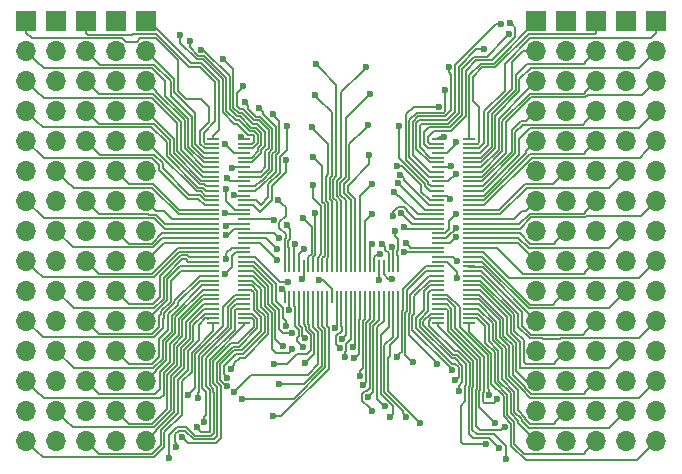
<source format=gbr>
G04 #@! TF.GenerationSoftware,KiCad,Pcbnew,5.1.7-a382d34a8~87~ubuntu18.04.1*
G04 #@! TF.CreationDate,2020-10-22T16:54:02+03:00*
G04 #@! TF.ProjectId,FreeSmart157AAC_29mm_devboard_5r_smd,46726565-536d-4617-9274-313537414143,rev?*
G04 #@! TF.SameCoordinates,Original*
G04 #@! TF.FileFunction,Copper,L1,Top*
G04 #@! TF.FilePolarity,Positive*
%FSLAX46Y46*%
G04 Gerber Fmt 4.6, Leading zero omitted, Abs format (unit mm)*
G04 Created by KiCad (PCBNEW 5.1.7-a382d34a8~87~ubuntu18.04.1) date 2020-10-22 16:54:02*
%MOMM*%
%LPD*%
G01*
G04 APERTURE LIST*
G04 #@! TA.AperFunction,ComponentPad*
%ADD10O,1.700000X1.700000*%
G04 #@! TD*
G04 #@! TA.AperFunction,ComponentPad*
%ADD11R,1.700000X1.700000*%
G04 #@! TD*
G04 #@! TA.AperFunction,SMDPad,CuDef*
%ADD12R,0.200000X1.140000*%
G04 #@! TD*
G04 #@! TA.AperFunction,SMDPad,CuDef*
%ADD13R,1.140000X0.200000*%
G04 #@! TD*
G04 #@! TA.AperFunction,ViaPad*
%ADD14C,0.600000*%
G04 #@! TD*
G04 #@! TA.AperFunction,Conductor*
%ADD15C,0.152400*%
G04 #@! TD*
G04 APERTURE END LIST*
D10*
X26670000Y-17780000D03*
X26670000Y-15240000D03*
X26670000Y-12700000D03*
X26670000Y-10160000D03*
X26670000Y-7620000D03*
X26670000Y-5080000D03*
X26670000Y-2540000D03*
X26670000Y0D03*
X26670000Y2540000D03*
X26670000Y5080000D03*
X26670000Y7620000D03*
X26670000Y10160000D03*
X26670000Y12700000D03*
X26670000Y15240000D03*
D11*
X26670000Y17780000D03*
D10*
X24130000Y-17780000D03*
X24130000Y-15240000D03*
X24130000Y-12700000D03*
X24130000Y-10160000D03*
X24130000Y-7620000D03*
X24130000Y-5080000D03*
X24130000Y-2540000D03*
X24130000Y0D03*
X24130000Y2540000D03*
X24130000Y5080000D03*
X24130000Y7620000D03*
X24130000Y10160000D03*
X24130000Y12700000D03*
X24130000Y15240000D03*
D11*
X24130000Y17780000D03*
D10*
X21590000Y-17780000D03*
X21590000Y-15240000D03*
X21590000Y-12700000D03*
X21590000Y-10160000D03*
X21590000Y-7620000D03*
X21590000Y-5080000D03*
X21590000Y-2540000D03*
X21590000Y0D03*
X21590000Y2540000D03*
X21590000Y5080000D03*
X21590000Y7620000D03*
X21590000Y10160000D03*
X21590000Y12700000D03*
X21590000Y15240000D03*
D11*
X21590000Y17780000D03*
D10*
X19050000Y-17780000D03*
X19050000Y-15240000D03*
X19050000Y-12700000D03*
X19050000Y-10160000D03*
X19050000Y-7620000D03*
X19050000Y-5080000D03*
X19050000Y-2540000D03*
X19050000Y0D03*
X19050000Y2540000D03*
X19050000Y5080000D03*
X19050000Y7620000D03*
X19050000Y10160000D03*
X19050000Y12700000D03*
X19050000Y15240000D03*
D11*
X19050000Y17780000D03*
D12*
X4800000Y-2960000D03*
X4800000Y-5600000D03*
X4400000Y-2960000D03*
X4400000Y-5600000D03*
X4000000Y-2960000D03*
X4000000Y-5600000D03*
X3600000Y-2960000D03*
X3600000Y-5600000D03*
X3200000Y-2960000D03*
X3200000Y-5600000D03*
X2800000Y-2960000D03*
X2800000Y-5600000D03*
X2400000Y-2960000D03*
X2400000Y-5600000D03*
X2000000Y-2960000D03*
X2000000Y-5600000D03*
X1600000Y-2960000D03*
X1600000Y-5600000D03*
X1200000Y-2960000D03*
X1200000Y-5600000D03*
X800000Y-2960000D03*
X800000Y-5600000D03*
X400000Y-2960000D03*
X400000Y-5600000D03*
X0Y-2960000D03*
X0Y-5600000D03*
X-400000Y-2960000D03*
X-400000Y-5600000D03*
X-800000Y-2960000D03*
X-800000Y-5600000D03*
X-1200000Y-2960000D03*
X-1200000Y-5600000D03*
X-1600000Y-2960000D03*
X-1600000Y-5600000D03*
X-2000000Y-2960000D03*
X-2000000Y-5600000D03*
X-2400000Y-2960000D03*
X-2400000Y-5600000D03*
X-2800000Y-2960000D03*
X-2800000Y-5600000D03*
X-3200000Y-2960000D03*
X-3200000Y-5600000D03*
X-3600000Y-2960000D03*
X-3600000Y-5600000D03*
X-4000000Y-2960000D03*
X-4000000Y-5600000D03*
X-4400000Y-2960000D03*
X-4400000Y-5600000D03*
X-4800000Y-2960000D03*
X-4800000Y-5600000D03*
D10*
X16510000Y-17780000D03*
X16510000Y-15240000D03*
X16510000Y-12700000D03*
X16510000Y-10160000D03*
X16510000Y-7620000D03*
X16510000Y-5080000D03*
X16510000Y-2540000D03*
X16510000Y0D03*
X16510000Y2540000D03*
X16510000Y5080000D03*
X16510000Y7620000D03*
X16510000Y10160000D03*
X16510000Y12700000D03*
X16510000Y15240000D03*
D11*
X16510000Y17780000D03*
D13*
X8205000Y7800000D03*
X10845000Y7800000D03*
X8205000Y7400000D03*
X10845000Y7400000D03*
X8205000Y7000000D03*
X10845000Y7000000D03*
X8205000Y6600000D03*
X10845000Y6600000D03*
X8205000Y6200000D03*
X10845000Y6200000D03*
X8205000Y5800000D03*
X10845000Y5800000D03*
X8205000Y5400000D03*
X10845000Y5400000D03*
X8205000Y5000000D03*
X10845000Y5000000D03*
X8205000Y4600000D03*
X10845000Y4600000D03*
X8205000Y4200000D03*
X10845000Y4200000D03*
X8205000Y3800000D03*
X10845000Y3800000D03*
X8205000Y3400000D03*
X10845000Y3400000D03*
X8205000Y3000000D03*
X10845000Y3000000D03*
X8205000Y2600000D03*
X10845000Y2600000D03*
X8205000Y2200000D03*
X10845000Y2200000D03*
X8205000Y1800000D03*
X10845000Y1800000D03*
X8205000Y1400000D03*
X10845000Y1400000D03*
X8205000Y1000000D03*
X10845000Y1000000D03*
X8205000Y600000D03*
X10845000Y600000D03*
X8205000Y200000D03*
X10845000Y200000D03*
X8205000Y-200000D03*
X10845000Y-200000D03*
X8205000Y-600000D03*
X10845000Y-600000D03*
X8205000Y-1000000D03*
X10845000Y-1000000D03*
X8205000Y-1400000D03*
X10845000Y-1400000D03*
X8205000Y-1800000D03*
X10845000Y-1800000D03*
X8205000Y-2200000D03*
X10845000Y-2200000D03*
X8205000Y-2600000D03*
X10845000Y-2600000D03*
X8205000Y-3000000D03*
X10845000Y-3000000D03*
X8205000Y-3400000D03*
X10845000Y-3400000D03*
X8205000Y-3800000D03*
X10845000Y-3800000D03*
X8205000Y-4200000D03*
X10845000Y-4200000D03*
X8205000Y-4600000D03*
X10845000Y-4600000D03*
X8205000Y-5000000D03*
X10845000Y-5000000D03*
X8205000Y-5400000D03*
X10845000Y-5400000D03*
X8205000Y-5800000D03*
X10845000Y-5800000D03*
X8205000Y-6200000D03*
X10845000Y-6200000D03*
X8205000Y-6600000D03*
X10845000Y-6600000D03*
X8205000Y-7000000D03*
X10845000Y-7000000D03*
X8205000Y-7400000D03*
X10845000Y-7400000D03*
X8205000Y-7800000D03*
X10845000Y-7800000D03*
D10*
X-26670000Y-17780000D03*
X-26670000Y-15240000D03*
X-26670000Y-12700000D03*
X-26670000Y-10160000D03*
X-26670000Y-7620000D03*
X-26670000Y-5080000D03*
X-26670000Y-2540000D03*
X-26670000Y0D03*
X-26670000Y2540000D03*
X-26670000Y5080000D03*
X-26670000Y7620000D03*
X-26670000Y10160000D03*
X-26670000Y12700000D03*
X-26670000Y15240000D03*
D11*
X-26670000Y17780000D03*
D10*
X-24130000Y-17780000D03*
X-24130000Y-15240000D03*
X-24130000Y-12700000D03*
X-24130000Y-10160000D03*
X-24130000Y-7620000D03*
X-24130000Y-5080000D03*
X-24130000Y-2540000D03*
X-24130000Y0D03*
X-24130000Y2540000D03*
X-24130000Y5080000D03*
X-24130000Y7620000D03*
X-24130000Y10160000D03*
X-24130000Y12700000D03*
X-24130000Y15240000D03*
D11*
X-24130000Y17780000D03*
D10*
X-21590000Y-17780000D03*
X-21590000Y-15240000D03*
X-21590000Y-12700000D03*
X-21590000Y-10160000D03*
X-21590000Y-7620000D03*
X-21590000Y-5080000D03*
X-21590000Y-2540000D03*
X-21590000Y0D03*
X-21590000Y2540000D03*
X-21590000Y5080000D03*
X-21590000Y7620000D03*
X-21590000Y10160000D03*
X-21590000Y12700000D03*
X-21590000Y15240000D03*
D11*
X-21590000Y17780000D03*
D10*
X-19050000Y-17780000D03*
X-19050000Y-15240000D03*
X-19050000Y-12700000D03*
X-19050000Y-10160000D03*
X-19050000Y-7620000D03*
X-19050000Y-5080000D03*
X-19050000Y-2540000D03*
X-19050000Y0D03*
X-19050000Y2540000D03*
X-19050000Y5080000D03*
X-19050000Y7620000D03*
X-19050000Y10160000D03*
X-19050000Y12700000D03*
X-19050000Y15240000D03*
D11*
X-19050000Y17780000D03*
X-16510000Y17780000D03*
D10*
X-16510000Y15240000D03*
X-16510000Y12700000D03*
X-16510000Y10160000D03*
X-16510000Y7620000D03*
X-16510000Y5080000D03*
X-16510000Y2540000D03*
X-16510000Y0D03*
X-16510000Y-2540000D03*
X-16510000Y-5080000D03*
X-16510000Y-7620000D03*
X-16510000Y-10160000D03*
X-16510000Y-12700000D03*
X-16510000Y-15240000D03*
X-16510000Y-17780000D03*
D13*
X-10845000Y7800000D03*
X-8205000Y7800000D03*
X-10845000Y7400000D03*
X-8205000Y7400000D03*
X-10845000Y7000000D03*
X-8205000Y7000000D03*
X-10845000Y6600000D03*
X-8205000Y6600000D03*
X-10845000Y6200000D03*
X-8205000Y6200000D03*
X-10845000Y5800000D03*
X-8205000Y5800000D03*
X-10845000Y5400000D03*
X-8205000Y5400000D03*
X-10845000Y5000000D03*
X-8205000Y5000000D03*
X-10845000Y4600000D03*
X-8205000Y4600000D03*
X-10845000Y4200000D03*
X-8205000Y4200000D03*
X-10845000Y3800000D03*
X-8205000Y3800000D03*
X-10845000Y3400000D03*
X-8205000Y3400000D03*
X-10845000Y3000000D03*
X-8205000Y3000000D03*
X-10845000Y2600000D03*
X-8205000Y2600000D03*
X-10845000Y2200000D03*
X-8205000Y2200000D03*
X-10845000Y1800000D03*
X-8205000Y1800000D03*
X-10845000Y1400000D03*
X-8205000Y1400000D03*
X-10845000Y1000000D03*
X-8205000Y1000000D03*
X-10845000Y600000D03*
X-8205000Y600000D03*
X-10845000Y200000D03*
X-8205000Y200000D03*
X-10845000Y-200000D03*
X-8205000Y-200000D03*
X-10845000Y-600000D03*
X-8205000Y-600000D03*
X-10845000Y-1000000D03*
X-8205000Y-1000000D03*
X-10845000Y-1400000D03*
X-8205000Y-1400000D03*
X-10845000Y-1800000D03*
X-8205000Y-1800000D03*
X-10845000Y-2200000D03*
X-8205000Y-2200000D03*
X-10845000Y-2600000D03*
X-8205000Y-2600000D03*
X-10845000Y-3000000D03*
X-8205000Y-3000000D03*
X-10845000Y-3400000D03*
X-8205000Y-3400000D03*
X-10845000Y-3800000D03*
X-8205000Y-3800000D03*
X-10845000Y-4200000D03*
X-8205000Y-4200000D03*
X-10845000Y-4600000D03*
X-8205000Y-4600000D03*
X-10845000Y-5000000D03*
X-8205000Y-5000000D03*
X-10845000Y-5400000D03*
X-8205000Y-5400000D03*
X-10845000Y-5800000D03*
X-8205000Y-5800000D03*
X-10845000Y-6200000D03*
X-8205000Y-6200000D03*
X-10845000Y-6600000D03*
X-8205000Y-6600000D03*
X-10845000Y-7000000D03*
X-8205000Y-7000000D03*
X-10845000Y-7400000D03*
X-8205000Y-7400000D03*
X-10845000Y-7800000D03*
X-8205000Y-7800000D03*
D14*
X-13640000Y16550000D03*
X-12830000Y16090000D03*
X-9822588Y7380172D03*
X-11870000Y15360000D03*
X-9990000Y14530000D03*
X-9250000Y5360000D03*
X-8293001Y12267172D03*
X-8190000Y10890000D03*
X8708641Y7952422D03*
X14310000Y17630000D03*
X14180000Y16640000D03*
X9700000Y7510000D03*
X12090000Y15370000D03*
X13490000Y17500000D03*
X9260000Y5510000D03*
X9090000Y13860000D03*
X8800000Y11940000D03*
X-5330000Y2600000D03*
X-5000000Y-4900000D03*
X-4630000Y490000D03*
X-4433421Y-6680000D03*
X-3946196Y-1078230D03*
X-3270590Y-9808237D03*
X-3130000Y-1490000D03*
X-3109390Y-9073296D03*
X-3290000Y-4090000D03*
X-5680000Y-11230000D03*
X-3210000Y1060000D03*
X-3080000Y-11210000D03*
X-2243043Y1514565D03*
X-2400000Y3890000D03*
X-5240000Y-12920000D03*
X-2360000Y6260000D03*
X-8430000Y-14210000D03*
X-9370000Y-11680000D03*
X-4500000Y-4300000D03*
X-5292192Y-569070D03*
X-9770000Y3530000D03*
X-6960000Y10398610D03*
X-8474480Y7952412D03*
X-12988603Y-13917008D03*
X-9662404Y-12411170D03*
X-4965000Y-9753166D03*
X-4680049Y-8086332D03*
X-9761449Y-2332030D03*
X-5454512Y-1498784D03*
X-9790000Y392789D03*
X-9820000Y1500000D03*
X-4610000Y8860000D03*
X-5790000Y9870000D03*
X-12166455Y-14140000D03*
X-9683015Y-13164886D03*
X-4136854Y-10026955D03*
X-4141546Y-8615653D03*
X-9831386Y-3611269D03*
X-5440000Y-2450000D03*
X-9720028Y-360385D03*
X-5734231Y927527D03*
X-4670000Y5990000D03*
X-9117935Y3004921D03*
X-9642183Y4446229D03*
X-14560000Y-19220000D03*
X-13998694Y-18308097D03*
X-13510000Y-17430000D03*
X-12257944Y-16635913D03*
X-11650136Y-16192412D03*
X13940000Y-19320000D03*
X13380000Y-18400000D03*
X12227198Y-18046834D03*
X13830000Y-16560000D03*
X13040000Y-16280000D03*
X13208816Y-14234453D03*
X9944092Y-13542303D03*
X8140000Y-11260000D03*
X4681318Y-10667503D03*
X5289412Y-1782489D03*
X9686533Y-541768D03*
X5302527Y313198D03*
X4348087Y1250820D03*
X4975758Y4778694D03*
X9225636Y2739991D03*
X9728738Y4863043D03*
X12538771Y-13892163D03*
X9662412Y-12650000D03*
X6042012Y-11112054D03*
X9807294Y-4021341D03*
X5483756Y-1048825D03*
X9740000Y250002D03*
X5052928Y1514112D03*
X4471455Y3298258D03*
X4716574Y5485057D03*
X4850000Y8870000D03*
X9395447Y-11773187D03*
X9822586Y-2570000D03*
X9724645Y1447265D03*
X4806360Y4045599D03*
X8279992Y10533688D03*
X-9109916Y-13652412D03*
X-2500000Y8790000D03*
X-5818610Y-15670000D03*
X-2250000Y11510000D03*
X-1850000Y-4127598D03*
X-2130000Y14120000D03*
X-503757Y-8194389D03*
X2120000Y13860000D03*
X-128164Y-9900036D03*
X2470000Y11620000D03*
X90343Y-9127438D03*
X2300000Y8940000D03*
X330000Y-10650000D03*
X2360000Y6450000D03*
X962902Y-9784778D03*
X2640000Y3990000D03*
X1110000Y-10780002D03*
X2580000Y1460000D03*
X1572524Y-12280530D03*
X2578886Y-1074183D03*
X1877335Y-13016734D03*
X3240000Y-1937598D03*
X2613394Y-15218157D03*
X3180000Y-4120000D03*
X2291108Y-14060875D03*
X4331519Y-4031390D03*
X3660149Y-14859851D03*
X3410000Y-1090000D03*
X4090000Y-15770000D03*
X4273942Y-1322877D03*
X5441216Y-15778784D03*
X4552412Y-9318D03*
X6650000Y-16230000D03*
D15*
X-10362656Y8534744D02*
X-10362656Y12727125D01*
X-10362656Y12727125D02*
X-11857308Y14221777D01*
X-16312330Y17780000D02*
X-16510000Y17780000D01*
X-10845000Y7800000D02*
X-10845000Y8052400D01*
X-11857308Y14221777D02*
X-12754107Y14221777D01*
X-12754107Y14221777D02*
X-16312330Y17780000D01*
X-10845000Y8052400D02*
X-10362656Y8534744D01*
X-7887081Y8147344D02*
X-8821891Y9082155D01*
X-9068753Y9082155D02*
X-10057845Y10071247D01*
X-8821891Y9082155D02*
X-9068753Y9082155D01*
X-10057845Y10071247D02*
X-10057845Y12853381D01*
X-10057845Y12853381D02*
X-11731052Y14526588D01*
X-7372279Y7567521D02*
X-7372279Y8033181D01*
X-8205000Y7400000D02*
X-7539800Y7400000D01*
X-7539800Y7400000D02*
X-7372279Y7567521D01*
X-7486439Y8147343D02*
X-7887081Y8147344D01*
X-12249985Y14526588D02*
X-13640000Y15916603D01*
X-11731052Y14526588D02*
X-12249985Y14526588D01*
X-13640000Y15916603D02*
X-13640000Y16125736D01*
X-7372279Y8033181D02*
X-7486439Y8147343D01*
X-13640000Y16125736D02*
X-13640000Y16550000D01*
X-10667467Y12600869D02*
X-11983564Y13916966D01*
X-17530000Y16720000D02*
X-17588601Y16747119D01*
X-10845000Y7400000D02*
X-11526482Y7400000D01*
X-12880363Y13916966D02*
X-15664796Y16701399D01*
X-11643601Y7517119D02*
X-11643601Y8306399D01*
X-21435812Y16623412D02*
X-21590000Y16777600D01*
X-17511399Y16701399D02*
X-17530000Y16720000D01*
X-21590000Y16777600D02*
X-21590000Y17780000D01*
X-15664796Y16701399D02*
X-17511399Y16701399D01*
X-11526482Y7400000D02*
X-11643601Y7517119D01*
X-10667467Y9282533D02*
X-10667467Y12600869D01*
X-11643601Y8306399D02*
X-10667467Y9282533D01*
X-11983564Y13916966D02*
X-12880363Y13916966D01*
X-17712308Y16623412D02*
X-21435812Y16623412D01*
X-17588601Y16747119D02*
X-17712308Y16623412D01*
X-12123729Y14831399D02*
X-12830000Y15537670D01*
X-7067468Y8159437D02*
X-7360183Y8452154D01*
X-11604796Y14831399D02*
X-12123729Y14831399D01*
X-8695635Y9386966D02*
X-8942497Y9386966D01*
X-12830000Y15537670D02*
X-12830000Y15665736D01*
X-7360183Y8452154D02*
X-7760824Y8452154D01*
X-9753034Y12979637D02*
X-11604796Y14831399D01*
X-9753034Y10197503D02*
X-9753034Y12979637D01*
X-7067468Y7432330D02*
X-7067468Y8159437D01*
X-7760824Y8452154D02*
X-8695635Y9386966D01*
X-8942497Y9386966D02*
X-9753034Y10197503D01*
X-8205000Y7000000D02*
X-7499798Y7000000D01*
X-7499798Y7000000D02*
X-7067468Y7432330D01*
X-12830000Y15665736D02*
X-12830000Y16090000D01*
X-13828601Y14434137D02*
X-13828601Y11862271D01*
X-18253670Y16040000D02*
X-17306330Y16040000D01*
X-11948412Y8432655D02*
X-11948412Y7390863D01*
X-11171399Y10480527D02*
X-11171399Y9209668D01*
X-26670000Y16777600D02*
X-26211001Y16318601D01*
X-17027729Y16318601D02*
X-15713065Y16318601D01*
X-26670000Y17780000D02*
X-26670000Y16777600D01*
X-11948412Y7390863D02*
X-11557549Y7000000D01*
X-17306330Y16040000D02*
X-17027729Y16318601D01*
X-13137729Y11171399D02*
X-11862271Y11171399D01*
X-15713065Y16318601D02*
X-13828601Y14434137D01*
X-26211001Y16318601D02*
X-18532271Y16318601D01*
X-11171399Y9209668D02*
X-11948412Y8432655D01*
X-11862271Y11171399D02*
X-11171399Y10480527D01*
X-11557549Y7000000D02*
X-10845000Y7000000D01*
X-18532271Y16318601D02*
X-18253670Y16040000D01*
X-13828601Y11862271D02*
X-13137729Y11171399D01*
X-8205000Y6600000D02*
X-9042416Y6600000D01*
X-9042416Y6600000D02*
X-9822588Y7380172D01*
X-12349622Y9952225D02*
X-14133412Y11736015D01*
X-15660001Y14390001D02*
X-16510000Y15240000D01*
X-11588616Y6600000D02*
X-12349622Y7361006D01*
X-12349622Y7361006D02*
X-12349622Y9952225D01*
X-14133412Y12863412D02*
X-15660001Y14390001D01*
X-14133412Y11736015D02*
X-14133412Y12863412D01*
X-10845000Y6600000D02*
X-11588616Y6600000D01*
X-6762657Y8285693D02*
X-7233927Y8756965D01*
X-6762657Y7306074D02*
X-6762657Y8285693D01*
X-8205000Y6200000D02*
X-7598630Y6200000D01*
X-7233927Y8756965D02*
X-7634568Y8756965D01*
X-7634568Y8756965D02*
X-8569380Y9691777D01*
X-9448223Y10323759D02*
X-9448223Y13105893D01*
X-7598630Y6200000D02*
X-7067466Y6731164D01*
X-9448223Y13105893D02*
X-11702330Y15360000D01*
X-7067466Y7001266D02*
X-6762657Y7306074D01*
X-8569380Y9691777D02*
X-8816241Y9691777D01*
X-7067466Y6731164D02*
X-7067466Y7001266D01*
X-11702330Y15360000D02*
X-11870000Y15360000D01*
X-8816241Y9691777D02*
X-9448223Y10323759D01*
X-20433412Y14083412D02*
X-20740001Y14390001D01*
X-20740001Y14390001D02*
X-21590000Y15240000D01*
X-11619683Y6200000D02*
X-12654433Y7234750D01*
X-12654433Y9625031D02*
X-14450378Y11420976D01*
X-15866015Y14083412D02*
X-20433412Y14083412D01*
X-10845000Y6200000D02*
X-11619683Y6200000D01*
X-14450378Y12667775D02*
X-15866015Y14083412D01*
X-12654433Y7234750D02*
X-12654433Y9625031D01*
X-14450378Y11420976D02*
X-14450378Y12667775D01*
X-7107671Y9061776D02*
X-7508312Y9061776D01*
X-7567563Y5800000D02*
X-6762656Y6604907D01*
X-9690001Y14230001D02*
X-9990000Y14530000D01*
X-6762656Y6875009D02*
X-6457846Y7179818D01*
X-8205000Y5800000D02*
X-7567563Y5800000D01*
X-7508312Y9061776D02*
X-8443124Y9996588D01*
X-9143412Y10450015D02*
X-9143412Y13683412D01*
X-6457846Y8411949D02*
X-7107671Y9061776D01*
X-6457846Y7179818D02*
X-6457846Y8411949D01*
X-6762656Y6604907D02*
X-6762656Y6875009D01*
X-8443124Y9996588D02*
X-8689985Y9996588D01*
X-9143412Y13683412D02*
X-9690001Y14230001D01*
X-8689985Y9996588D02*
X-9143412Y10450015D01*
X-25208601Y13778601D02*
X-25820001Y14390001D01*
X-10845000Y5800000D02*
X-11650750Y5800000D01*
X-14925189Y11464719D02*
X-14925189Y12711519D01*
X-15992271Y13778601D02*
X-25208601Y13778601D01*
X-25820001Y14390001D02*
X-26670000Y15240000D01*
X-12959244Y9498774D02*
X-14925189Y11464719D01*
X-11650750Y5800000D02*
X-12959244Y7108494D01*
X-14925189Y12711519D02*
X-15992271Y13778601D01*
X-12959244Y7108494D02*
X-12959244Y9498774D01*
X-8205000Y5400000D02*
X-9210000Y5400000D01*
X-9210000Y5400000D02*
X-9250000Y5360000D01*
X-11681817Y5400000D02*
X-13264055Y6982238D01*
X-13264055Y6982238D02*
X-13264055Y9372519D01*
X-15660001Y11850001D02*
X-16510000Y12700000D01*
X-15660001Y11768465D02*
X-15660001Y11850001D01*
X-13264055Y9372519D02*
X-15660001Y11768465D01*
X-10845000Y5400000D02*
X-11681817Y5400000D01*
X-8838601Y10576271D02*
X-8838601Y11721572D01*
X-8205000Y5000000D02*
X-6837664Y5000000D01*
X-6153035Y8538207D02*
X-6981415Y9366587D01*
X-6837664Y5000000D02*
X-6437845Y5399819D01*
X-8563729Y10301399D02*
X-8838601Y10576271D01*
X-6153035Y7053562D02*
X-6153035Y8538207D01*
X-6981415Y9366587D02*
X-7382056Y9366587D01*
X-6437845Y5399819D02*
X-6437845Y6768752D01*
X-8838601Y11721572D02*
X-8593000Y11967173D01*
X-7382056Y9366587D02*
X-8316868Y10301399D01*
X-8593000Y11967173D02*
X-8293001Y12267172D01*
X-8316868Y10301399D02*
X-8563729Y10301399D01*
X-6437845Y6768752D02*
X-6153035Y7053562D01*
X-13568866Y6855982D02*
X-13568866Y9246263D01*
X-20740001Y11850001D02*
X-21590000Y12700000D01*
X-15944002Y11621399D02*
X-20511399Y11621399D01*
X-13568866Y9246263D02*
X-15944002Y11621399D01*
X-20511399Y11621399D02*
X-20740001Y11850001D01*
X-11712884Y5000000D02*
X-13568866Y6855982D01*
X-10845000Y5000000D02*
X-11712884Y5000000D01*
X-6806597Y4600000D02*
X-6133034Y5273564D01*
X-5848224Y8664463D02*
X-6855159Y9671398D01*
X-6855159Y9671398D02*
X-7255800Y9671398D01*
X-7890001Y10305599D02*
X-7890001Y10590001D01*
X-6133034Y6642496D02*
X-5848224Y6927306D01*
X-5848224Y6927306D02*
X-5848224Y8664463D01*
X-6133034Y5273564D02*
X-6133034Y6642496D01*
X-7255800Y9671398D02*
X-7890001Y10305599D01*
X-7890001Y10590001D02*
X-8190000Y10890000D01*
X-8205000Y4600000D02*
X-6806597Y4600000D01*
X8205000Y7873045D02*
X8284377Y7952422D01*
X8284377Y7952422D02*
X8708641Y7952422D01*
X8205000Y7800000D02*
X8205000Y7873045D01*
X10852657Y8060057D02*
X10852657Y13189456D01*
X10845000Y8052400D02*
X10852657Y8060057D01*
X10852657Y13189456D02*
X11824977Y14161776D01*
X16510000Y17756603D02*
X16510000Y17780000D01*
X11824977Y14161776D02*
X12915173Y14161776D01*
X10845000Y7800000D02*
X10845000Y8052400D01*
X12915173Y14161776D02*
X16510000Y17756603D01*
X11442120Y14466587D02*
X12788917Y14466587D01*
X8205000Y7400000D02*
X7482600Y7400000D01*
X7482600Y7400000D02*
X7378808Y7503792D01*
X7378808Y7503792D02*
X7378808Y7969712D01*
X12788917Y14466587D02*
X14739999Y16417669D01*
X7378808Y7969712D02*
X7890119Y8481023D01*
X10547846Y13572313D02*
X11442120Y14466587D01*
X9308690Y8481023D02*
X10547846Y9720179D01*
X14739999Y16417669D02*
X14739999Y17200001D01*
X10547846Y9720179D02*
X10547846Y13572313D01*
X7890119Y8481023D02*
X9308690Y8481023D01*
X14739999Y17200001D02*
X14609999Y17330001D01*
X14609999Y17330001D02*
X14310000Y17630000D01*
X11157468Y13063200D02*
X11951233Y13856965D01*
X11157468Y11008735D02*
X11157468Y13063200D01*
X11685189Y10481013D02*
X11157468Y11008735D01*
X15885863Y16701399D02*
X21513799Y16701399D01*
X11951233Y13856965D02*
X13041429Y13856965D01*
X11685189Y7517789D02*
X11685189Y10481013D01*
X11567400Y7400000D02*
X11685189Y7517789D01*
X10845000Y7400000D02*
X11567400Y7400000D01*
X21590000Y16777600D02*
X21590000Y17780000D01*
X13041429Y13856965D02*
X15885863Y16701399D01*
X21513799Y16701399D02*
X21590000Y16777600D01*
X7347741Y7000000D02*
X6971466Y7376275D01*
X12311398Y14771398D02*
X13880001Y16340001D01*
X9182434Y8785834D02*
X10243035Y9846435D01*
X10243035Y9846435D02*
X10243035Y13748569D01*
X8205000Y7000000D02*
X7347741Y7000000D01*
X13880001Y16340001D02*
X14180000Y16640000D01*
X6971466Y7376275D02*
X6971466Y8353137D01*
X10243035Y13748569D02*
X11265864Y14771398D01*
X7404163Y8785834D02*
X9182434Y8785834D01*
X11265864Y14771398D02*
X12311398Y14771398D01*
X6971466Y8353137D02*
X7404163Y8785834D01*
X12110001Y7410001D02*
X11700000Y7000000D01*
X26211001Y16318601D02*
X16018601Y16318601D01*
X13828601Y14128601D02*
X13828601Y11862271D01*
X11567400Y7000000D02*
X10845000Y7000000D01*
X12110001Y10143671D02*
X12110001Y7410001D01*
X16018601Y16318601D02*
X13828601Y14128601D01*
X11700000Y7000000D02*
X11567400Y7000000D01*
X13828601Y11862271D02*
X12110001Y10143671D01*
X26670000Y17780000D02*
X26670000Y16777600D01*
X26670000Y16777600D02*
X26211001Y16318601D01*
X8927400Y6600000D02*
X9700000Y7372600D01*
X9700000Y7372600D02*
X9700000Y7510000D01*
X8205000Y6600000D02*
X8927400Y6600000D01*
X12414811Y7253744D02*
X12414811Y10017414D01*
X11761067Y6600000D02*
X12414811Y7253744D01*
X15371066Y15240000D02*
X16510000Y15240000D01*
X10845000Y6600000D02*
X11761067Y6600000D01*
X14440378Y14309312D02*
X15371066Y15240000D01*
X12414811Y10017414D02*
X14440378Y12042981D01*
X14440378Y12042981D02*
X14440378Y14309312D01*
X6811182Y9090645D02*
X9056178Y9090645D01*
X9056178Y9090645D02*
X9938224Y9972691D01*
X8205000Y6200000D02*
X7544734Y6200000D01*
X6666655Y7078079D02*
X6666655Y8946118D01*
X11665736Y15370000D02*
X12090000Y15370000D01*
X9938224Y13874825D02*
X11433399Y15370000D01*
X11433399Y15370000D02*
X11665736Y15370000D01*
X7544734Y6200000D02*
X6666655Y7078079D01*
X6666655Y8946118D02*
X6811182Y9090645D01*
X9938224Y9972691D02*
X9938224Y13874825D01*
X14775189Y13226256D02*
X15710332Y14161399D01*
X15710332Y14161399D02*
X20511399Y14161399D01*
X12719622Y9891158D02*
X14775189Y11946725D01*
X20511399Y14161399D02*
X20740001Y14390001D01*
X14775189Y11946725D02*
X14775189Y13226256D01*
X20740001Y14390001D02*
X21590000Y15240000D01*
X10845000Y6200000D02*
X11792134Y6200000D01*
X11792134Y6200000D02*
X12719622Y7127488D01*
X12719622Y7127488D02*
X12719622Y9891158D01*
X6619922Y9395456D02*
X8929922Y9395456D01*
X8929922Y9395456D02*
X9633413Y10098947D01*
X9633413Y10098947D02*
X9633413Y14067677D01*
X9633413Y14067677D02*
X13065736Y17500000D01*
X8205000Y5800000D02*
X7482600Y5800000D01*
X6361844Y9137378D02*
X6619922Y9395456D01*
X13065736Y17500000D02*
X13490000Y17500000D01*
X6361844Y6920756D02*
X6361844Y9137378D01*
X7482600Y5800000D02*
X6361844Y6920756D01*
X13024433Y9764902D02*
X15080000Y11820469D01*
X15080000Y11820469D02*
X15080000Y12866330D01*
X10845000Y5800000D02*
X11823201Y5800000D01*
X15080000Y12866330D02*
X16023670Y13810000D01*
X25240000Y13810000D02*
X25820001Y14390001D01*
X25820001Y14390001D02*
X26670000Y15240000D01*
X13024433Y7001232D02*
X13024433Y9764902D01*
X16023670Y13810000D02*
X25240000Y13810000D01*
X11823201Y5800000D02*
X13024433Y7001232D01*
X9150000Y5400000D02*
X9260000Y5510000D01*
X8205000Y5400000D02*
X9150000Y5400000D01*
X10845000Y5400000D02*
X11854268Y5400000D01*
X13329244Y6874976D02*
X13329244Y9519244D01*
X13329244Y9519244D02*
X15660001Y11850001D01*
X15660001Y11850001D02*
X16510000Y12700000D01*
X11854268Y5400000D02*
X13329244Y6874976D01*
X9090000Y13435736D02*
X9090000Y13860000D01*
X9328602Y13197134D02*
X9090000Y13435736D01*
X8803666Y9700267D02*
X9328602Y10225203D01*
X9328602Y10225203D02*
X9328602Y13197134D01*
X6493666Y9700267D02*
X8803666Y9700267D01*
X6057033Y9263634D02*
X6493666Y9700267D01*
X6057033Y6425567D02*
X6057033Y9263634D01*
X8205000Y5000000D02*
X7482600Y5000000D01*
X7482600Y5000000D02*
X6057033Y6425567D01*
X20511399Y11621399D02*
X20740001Y11850001D01*
X20740001Y11850001D02*
X21590000Y12700000D01*
X15944004Y11621399D02*
X20511399Y11621399D01*
X13634055Y9311450D02*
X15944004Y11621399D01*
X13634055Y6748720D02*
X13634055Y9311450D01*
X11885335Y5000000D02*
X13634055Y6748720D01*
X10845000Y5000000D02*
X11885335Y5000000D01*
X5752222Y9389890D02*
X6367410Y10005078D01*
X8800000Y11515736D02*
X8800000Y11940000D01*
X6367410Y10005078D02*
X8677410Y10005078D01*
X8808602Y11507134D02*
X8800000Y11515736D01*
X5752222Y6299311D02*
X5752222Y9389890D01*
X7451533Y4600000D02*
X5752222Y6299311D01*
X8205000Y4600000D02*
X7451533Y4600000D01*
X8808602Y10136270D02*
X8808602Y11507134D01*
X8677410Y10005078D02*
X8808602Y10136270D01*
X11916402Y4600000D02*
X13938866Y6622464D01*
X10845000Y4600000D02*
X11916402Y4600000D01*
X25820001Y11850001D02*
X26670000Y12700000D01*
X25500000Y11530000D02*
X25820001Y11850001D01*
X16070259Y11316588D02*
X20637655Y11316588D01*
X20851066Y11530000D02*
X25500000Y11530000D01*
X20637655Y11316588D02*
X20851066Y11530000D01*
X13938866Y9185195D02*
X16070259Y11316588D01*
X13938866Y6622464D02*
X13938866Y9185195D01*
X-4800000Y-2960000D02*
X-4800000Y-2237600D01*
X-4705614Y-624251D02*
X-4705614Y-296718D01*
X-5030001Y2300001D02*
X-5330000Y2600000D01*
X-4800000Y-2237600D02*
X-4779608Y-2217208D01*
X-4779608Y-2217208D02*
X-4779608Y-698245D01*
X-5238602Y743730D02*
X-4723730Y1258602D01*
X-4723730Y1993730D02*
X-5030001Y2300001D01*
X-4723730Y1258602D02*
X-4723730Y1993730D01*
X-5238602Y236270D02*
X-5238602Y743730D01*
X-4779608Y-698245D02*
X-4705614Y-624251D01*
X-4705614Y-296718D02*
X-5238602Y236270D01*
X-4800000Y-5100000D02*
X-5000000Y-4900000D01*
X-4800000Y-5600000D02*
X-4800000Y-5100000D01*
X-4330001Y190001D02*
X-4630000Y490000D01*
X-4474797Y-824501D02*
X-4330001Y-679705D01*
X-4474797Y-1331959D02*
X-4474797Y-824501D01*
X-4400000Y-1406756D02*
X-4474797Y-1331959D01*
X-4400000Y-2960000D02*
X-4400000Y-1406756D01*
X-4330001Y-679705D02*
X-4330001Y190001D01*
X-4400000Y-5600000D02*
X-4400000Y-6646579D01*
X-4400000Y-6646579D02*
X-4433421Y-6680000D01*
X-4000000Y-1132034D02*
X-3946196Y-1078230D01*
X-4000000Y-2960000D02*
X-4000000Y-1132034D01*
X-3612944Y-8361923D02*
X-3612944Y-8912483D01*
X-3612944Y-8912483D02*
X-3743496Y-9043035D01*
X-3743496Y-9335331D02*
X-3570589Y-9508238D01*
X-3743496Y-9043035D02*
X-3743496Y-9335331D01*
X-4000000Y-5600000D02*
X-4000000Y-6322400D01*
X-3904811Y-6417589D02*
X-3904811Y-8070056D01*
X-3904811Y-8070056D02*
X-3612944Y-8361923D01*
X-4000000Y-6322400D02*
X-3904811Y-6417589D01*
X-3570589Y-9508238D02*
X-3270590Y-9808237D01*
X-3600000Y-1960000D02*
X-3130000Y-1490000D01*
X-3600000Y-2960000D02*
X-3600000Y-1960000D01*
X-3308133Y-8874553D02*
X-3109390Y-9073296D01*
X-3600000Y-5600000D02*
X-3600000Y-7943800D01*
X-3308133Y-8235667D02*
X-3308133Y-8874553D01*
X-3600000Y-7943800D02*
X-3308133Y-8235667D01*
X-3200000Y-4000000D02*
X-3290000Y-4090000D01*
X-3200000Y-2960000D02*
X-3200000Y-4000000D01*
X-2580789Y-10068459D02*
X-2903729Y-10391399D01*
X-2580789Y-8819567D02*
X-2580789Y-10068459D01*
X-3753729Y-10391399D02*
X-4592330Y-11230000D01*
X-3003322Y-8109411D02*
X-3003322Y-8397034D01*
X-3003322Y-8397034D02*
X-2580789Y-8819567D01*
X-3200000Y-5600000D02*
X-3200000Y-7912733D01*
X-3200000Y-7912733D02*
X-3003322Y-8109411D01*
X-2903729Y-10391399D02*
X-3753729Y-10391399D01*
X-4592330Y-11230000D02*
X-5255736Y-11230000D01*
X-5255736Y-11230000D02*
X-5680000Y-11230000D01*
X-2514433Y364433D02*
X-2910001Y760001D01*
X-2910001Y760001D02*
X-3210000Y1060000D01*
X-2800000Y-2960000D02*
X-2800000Y-2208934D01*
X-2800000Y-2208934D02*
X-2514433Y-1923367D01*
X-2514433Y-1923367D02*
X-2514433Y364433D01*
X-2800000Y-7881666D02*
X-2698511Y-7983155D01*
X-2780001Y-10910001D02*
X-3080000Y-11210000D01*
X-2275978Y-8693311D02*
X-2275978Y-10405978D01*
X-2698511Y-8270778D02*
X-2275978Y-8693311D01*
X-2800000Y-5600000D02*
X-2800000Y-7881666D01*
X-2275978Y-10405978D02*
X-2780001Y-10910001D01*
X-2698511Y-7983155D02*
X-2698511Y-8270778D01*
X-2400000Y-2240000D02*
X-2209622Y-2049622D01*
X-2209622Y1056880D02*
X-2243043Y1090301D01*
X-2209622Y-2049622D02*
X-2209622Y1056880D01*
X-2400000Y-2960000D02*
X-2400000Y-2240000D01*
X-2243043Y1090301D02*
X-2243043Y1514565D01*
X-2400000Y3465736D02*
X-2400000Y3890000D01*
X-1714433Y-1985494D02*
X-1714433Y2133570D01*
X-1714433Y2133570D02*
X-2400000Y2819137D01*
X-2000000Y-2271062D02*
X-1714433Y-1985494D01*
X-2000000Y-2960000D02*
X-2000000Y-2271062D01*
X-2400000Y2819137D02*
X-2400000Y3465736D01*
X-2000000Y-8107155D02*
X-1666356Y-8440799D01*
X-4815736Y-12920000D02*
X-5240000Y-12920000D01*
X-2000000Y-5600000D02*
X-2000000Y-8107155D01*
X-3182132Y-12920000D02*
X-4815736Y-12920000D01*
X-1666356Y-11404224D02*
X-3182132Y-12920000D01*
X-1666356Y-8440799D02*
X-1666356Y-11404224D01*
X-1409622Y-2111749D02*
X-1409622Y2259824D01*
X-1600000Y-2960000D02*
X-1600000Y-2302128D01*
X-1409622Y2259824D02*
X-1602276Y2452483D01*
X-1602276Y5502276D02*
X-2060001Y5960001D01*
X-2060001Y5960001D02*
X-2360000Y6260000D01*
X-1602276Y2452483D02*
X-1602276Y5502276D01*
X-1600000Y-2302128D02*
X-1409622Y-2111749D01*
X-1600000Y-8076089D02*
X-1361545Y-8314543D01*
X-4041065Y-14210000D02*
X-8005736Y-14210000D01*
X-1361545Y-11530480D02*
X-4041065Y-14210000D01*
X-1600000Y-5600000D02*
X-1600000Y-8076089D01*
X-1361545Y-8314543D02*
X-1361545Y-11530480D01*
X-8005736Y-14210000D02*
X-8430000Y-14210000D01*
X-16510000Y-12700000D02*
X-15660001Y-11850001D01*
X-11567400Y-5000000D02*
X-10845000Y-5000000D01*
X-15660001Y-11795400D02*
X-14805577Y-10940976D01*
X-15660001Y-11850001D02*
X-15660001Y-11795400D01*
X-14805577Y-10940976D02*
X-14805577Y-9406176D01*
X-14805577Y-9406176D02*
X-14055609Y-8656208D01*
X-14055609Y-7320934D02*
X-11734675Y-5000000D01*
X-14055609Y-8656208D02*
X-14055609Y-7320934D01*
X-11734675Y-5000000D02*
X-11567400Y-5000000D01*
X-9070001Y-11380001D02*
X-9370000Y-11680000D01*
X-9070001Y-11197669D02*
X-9070001Y-11380001D01*
X-6796777Y-4950887D02*
X-6796777Y-6440040D01*
X-8193730Y-10721398D02*
X-8593730Y-10721398D01*
X-6183035Y-8710703D02*
X-8193730Y-10721398D01*
X-6183035Y-7053782D02*
X-6183035Y-8710703D01*
X-8205000Y-4200000D02*
X-7547664Y-4200000D01*
X-8593730Y-10721398D02*
X-9070001Y-11197669D01*
X-6796777Y-6440040D02*
X-6183035Y-7053782D01*
X-7547664Y-4200000D02*
X-6796777Y-4950887D01*
X-13670001Y-3000000D02*
X-10845000Y-3000000D01*
X-14740000Y-4069999D02*
X-13670001Y-3000000D01*
X-16510000Y-7620000D02*
X-14740000Y-5850000D01*
X-14740000Y-5850000D02*
X-14740000Y-4069999D01*
X-7314264Y-2200000D02*
X-5214264Y-4300000D01*
X-4924264Y-4300000D02*
X-4500000Y-4300000D01*
X-5214264Y-4300000D02*
X-4924264Y-4300000D01*
X-8205000Y-2200000D02*
X-7314264Y-2200000D01*
X-14970000Y-1000000D02*
X-16510000Y-2540000D01*
X-10845000Y-1000000D02*
X-14970000Y-1000000D01*
X-8205000Y-200000D02*
X-5661262Y-200000D01*
X-5661262Y-200000D02*
X-5292192Y-569070D01*
X-15660001Y1690001D02*
X-16510000Y2540000D01*
X-14307867Y1000000D02*
X-14997868Y1690001D01*
X-10845000Y1000000D02*
X-14307867Y1000000D01*
X-14997868Y1690001D02*
X-15660001Y1690001D01*
X-8205000Y1800000D02*
X-9025138Y1800000D01*
X-9025138Y1800000D02*
X-9770000Y2544862D01*
X-9770000Y2544862D02*
X-9770000Y3105736D01*
X-9770000Y3105736D02*
X-9770000Y3530000D01*
X-11505267Y3000000D02*
X-11854888Y3349622D01*
X-12239622Y3349622D02*
X-15660001Y6770001D01*
X-11854888Y3349622D02*
X-12239622Y3349622D01*
X-10845000Y3000000D02*
X-11505267Y3000000D01*
X-15660001Y6770001D02*
X-16510000Y7620000D01*
X-5828223Y5147308D02*
X-5828223Y6516240D01*
X-7297567Y3800000D02*
X-6825070Y4272497D01*
X-5543413Y8801081D02*
X-6660001Y9917669D01*
X-8205000Y3800000D02*
X-7297567Y3800000D01*
X-6660001Y10098611D02*
X-6960000Y10398610D01*
X-5828223Y6516240D02*
X-5543413Y6801050D01*
X-6703034Y4272497D02*
X-5828223Y5147308D01*
X-6825070Y4272497D02*
X-6703034Y4272497D01*
X-5543413Y6801050D02*
X-5543413Y8801081D01*
X-6660001Y9917669D02*
X-6660001Y10098611D01*
X-8205000Y7800000D02*
X-8357412Y7952412D01*
X-8357412Y7952412D02*
X-8474480Y7952412D01*
X-10845000Y-5400000D02*
X-11703608Y-5400000D01*
X-15786469Y-13778601D02*
X-20511399Y-13778601D01*
X-20740001Y-13549999D02*
X-21590000Y-12700000D01*
X-11703608Y-5400000D02*
X-13750798Y-7447190D01*
X-15346071Y-11912536D02*
X-15346071Y-13338203D01*
X-13750798Y-7447190D02*
X-13750798Y-8782464D01*
X-13750798Y-8782464D02*
X-14500766Y-9532432D01*
X-20511399Y-13778601D02*
X-20740001Y-13549999D01*
X-14500766Y-11067231D02*
X-15346071Y-11912536D01*
X-14500766Y-9532432D02*
X-14500766Y-11067231D01*
X-15346071Y-13338203D02*
X-15786469Y-13778601D01*
X-10034431Y-6454748D02*
X-10034431Y-8083565D01*
X-10034431Y-8083565D02*
X-12367089Y-10416223D01*
X-8979683Y-5400000D02*
X-10034431Y-6454748D01*
X-8205000Y-5400000D02*
X-8979683Y-5400000D01*
X-12688604Y-13617009D02*
X-12988603Y-13917008D01*
X-12367089Y-13295494D02*
X-12688604Y-13617009D01*
X-12367089Y-10416223D02*
X-12367089Y-13295494D01*
X-8205000Y-4600000D02*
X-7578730Y-4600000D01*
X-6489999Y-7177885D02*
X-6489999Y-8586600D01*
X-8918917Y-10416587D02*
X-9928601Y-11426271D01*
X-6489999Y-8586600D02*
X-8319986Y-10416587D01*
X-7101588Y-6566296D02*
X-6489999Y-7177885D01*
X-8319986Y-10416587D02*
X-8918917Y-10416587D01*
X-9928601Y-12144973D02*
X-9662404Y-12411170D01*
X-7101588Y-5077142D02*
X-7101588Y-6566296D01*
X-7578730Y-4600000D02*
X-7101588Y-5077142D01*
X-9928601Y-11426271D02*
X-9928601Y-12144973D01*
X-11567400Y-4200000D02*
X-10845000Y-4200000D01*
X-15415199Y-10661529D02*
X-15415199Y-9153664D01*
X-13823677Y-6226869D02*
X-13823677Y-6056208D01*
X-14665231Y-8403696D02*
X-14665231Y-7068422D01*
X-14665231Y-7068422D02*
X-13823677Y-6226869D01*
X-11967469Y-4200000D02*
X-11567400Y-4200000D01*
X-19050000Y-10160000D02*
X-17971399Y-11238601D01*
X-15415199Y-9153664D02*
X-14665231Y-8403696D01*
X-17971399Y-11238601D02*
X-15992271Y-11238601D01*
X-15992271Y-11238601D02*
X-15415199Y-10661529D01*
X-13823677Y-6056208D02*
X-11967469Y-4200000D01*
X-13610000Y-3400000D02*
X-10845000Y-3400000D01*
X-14435190Y-4225190D02*
X-13610000Y-3400000D01*
X-21590000Y-7620000D02*
X-20511400Y-8698600D01*
X-15992270Y-8698600D02*
X-15431401Y-8137731D01*
X-20511400Y-8698600D02*
X-15992270Y-8698600D01*
X-15431401Y-8137731D02*
X-15431400Y-7211717D01*
X-14435190Y-5976256D02*
X-14435190Y-5455190D01*
X-15274841Y-6815907D02*
X-14435190Y-5976256D01*
X-15274841Y-7055159D02*
X-15274841Y-6815907D01*
X-14435190Y-5455190D02*
X-14430000Y-5450000D01*
X-15431400Y-7211717D02*
X-15274841Y-7055159D01*
X-14430000Y-5450000D02*
X-14435190Y-4225190D01*
X-6187155Y-4698376D02*
X-6187155Y-6187528D01*
X-5571644Y-9146522D02*
X-5264999Y-9453167D01*
X-6187155Y-6187528D02*
X-5571644Y-6803039D01*
X-8205000Y-3400000D02*
X-7485531Y-3400000D01*
X-5571644Y-6803039D02*
X-5571644Y-9146522D01*
X-7485531Y-3400000D02*
X-6187155Y-4698376D01*
X-5264999Y-9453167D02*
X-4965000Y-9753166D01*
X-4680049Y-7662068D02*
X-4680049Y-8086332D01*
X-8205000Y-2600000D02*
X-7423397Y-2600000D01*
X-5545834Y-5966715D02*
X-4962022Y-6550527D01*
X-5545834Y-4477563D02*
X-5545834Y-5966715D01*
X-4962022Y-7380095D02*
X-4680049Y-7662068D01*
X-4962022Y-6550527D02*
X-4962022Y-7380095D01*
X-7423397Y-2600000D02*
X-5545834Y-4477563D01*
X-12917867Y-2200000D02*
X-11567400Y-2200000D01*
X-13592513Y-2060380D02*
X-13057487Y-2060380D01*
X-15349621Y-3817486D02*
X-13592513Y-2060380D01*
X-19050000Y-5080000D02*
X-17971399Y-6158601D01*
X-15349622Y-5597489D02*
X-15349621Y-3817486D01*
X-11567400Y-2200000D02*
X-10845000Y-2200000D01*
X-15910734Y-6158601D02*
X-15349622Y-5597489D01*
X-17971399Y-6158601D02*
X-15910734Y-6158601D01*
X-13057487Y-2060380D02*
X-12917867Y-2200000D01*
X-20740001Y-3389999D02*
X-21590000Y-2540000D01*
X-16012868Y-3618600D02*
X-20511400Y-3618600D01*
X-13794268Y-1400000D02*
X-16012868Y-3618600D01*
X-10845000Y-1400000D02*
X-13794268Y-1400000D01*
X-20511400Y-3618600D02*
X-20740001Y-3389999D01*
X-9761449Y-1907766D02*
X-9761449Y-2332030D01*
X-8205000Y-1400000D02*
X-9253683Y-1400000D01*
X-9253683Y-1400000D02*
X-9761449Y-1907766D01*
X-8205000Y-600000D02*
X-6353296Y-600000D01*
X-6353296Y-600000D02*
X-5454512Y-1498784D01*
X-17971399Y-1078601D02*
X-18200001Y-849999D01*
X-18200001Y-849999D02*
X-19050000Y0D01*
X-16059668Y-1078601D02*
X-17971399Y-1078601D01*
X-15181067Y-200000D02*
X-16059668Y-1078601D01*
X-10845000Y-200000D02*
X-15181067Y-200000D01*
X-16298479Y1384809D02*
X-16375069Y1461399D01*
X-16375069Y1461399D02*
X-20511399Y1461399D01*
X-20511399Y1461399D02*
X-20740001Y1690001D01*
X-20740001Y1690001D02*
X-21590000Y2540000D01*
X-15693743Y1384809D02*
X-16298479Y1384809D01*
X-14908934Y600000D02*
X-15693743Y1384809D01*
X-10845000Y600000D02*
X-14908934Y600000D01*
X-8205000Y600000D02*
X-9582789Y600000D01*
X-9582789Y600000D02*
X-9790000Y392789D01*
X-8205000Y1400000D02*
X-9720000Y1400000D01*
X-9720000Y1400000D02*
X-9820000Y1500000D01*
X-18200001Y4230001D02*
X-19050000Y5080000D01*
X-17971399Y4001399D02*
X-18200001Y4230001D01*
X-10845000Y1800000D02*
X-13742604Y1800000D01*
X-15944003Y4001399D02*
X-17971399Y4001399D01*
X-13742604Y1800000D02*
X-15944003Y4001399D01*
X-11536333Y2600000D02*
X-11981144Y3044811D01*
X-15115189Y5712586D02*
X-15866015Y6463412D01*
X-15115189Y5296255D02*
X-15115189Y5712586D01*
X-15866015Y6463412D02*
X-20433412Y6463412D01*
X-10845000Y2600000D02*
X-11536333Y2600000D01*
X-20740001Y6770001D02*
X-21590000Y7620000D01*
X-11981144Y3044811D02*
X-12863745Y3044811D01*
X-20433412Y6463412D02*
X-20740001Y6770001D01*
X-12863745Y3044811D02*
X-15115189Y5296255D01*
X-5218601Y6243729D02*
X-4610000Y6852330D01*
X-5218601Y4894796D02*
X-5218601Y6243729D01*
X-6173412Y3939985D02*
X-5218601Y4894796D01*
X-7181066Y2600000D02*
X-6801081Y2220015D01*
X-6173412Y2847684D02*
X-6173412Y3939985D01*
X-4610000Y8435736D02*
X-4610000Y8860000D01*
X-8205000Y2600000D02*
X-7181066Y2600000D01*
X-4610000Y6852330D02*
X-4610000Y8435736D01*
X-6801081Y2220015D02*
X-6173412Y2847684D01*
X-5238602Y6674794D02*
X-5238602Y9318602D01*
X-5238602Y9318602D02*
X-5490001Y9570001D01*
X-5523412Y6389984D02*
X-5238602Y6674794D01*
X-7266500Y3400000D02*
X-7055794Y3610706D01*
X-8205000Y3400000D02*
X-7266500Y3400000D01*
X-5490001Y9570001D02*
X-5790000Y9870000D01*
X-7055794Y3610706D02*
X-6933758Y3610706D01*
X-5523412Y5021052D02*
X-5523412Y6389984D01*
X-6933758Y3610706D02*
X-5523412Y5021052D01*
X-11602376Y3959244D02*
X-11965329Y3959244D01*
X-11965329Y3959244D02*
X-14483299Y6477214D01*
X-20740001Y9310001D02*
X-21590000Y10160000D01*
X-11443132Y3800000D02*
X-11602376Y3959244D01*
X-15890332Y9081399D02*
X-20511399Y9081399D01*
X-20511399Y9081399D02*
X-20740001Y9310001D01*
X-14483299Y6477214D02*
X-14483299Y7674366D01*
X-10845000Y3800000D02*
X-11443132Y3800000D01*
X-14483299Y7674366D02*
X-15890332Y9081399D01*
X-15992271Y11238601D02*
X-25208601Y11238601D01*
X-10845000Y4600000D02*
X-11743951Y4600000D01*
X-25820001Y11850001D02*
X-26670000Y12700000D01*
X-11743951Y4600000D02*
X-13873677Y6729726D01*
X-13873677Y9120007D02*
X-15992271Y11238601D01*
X-25208601Y11238601D02*
X-25820001Y11850001D01*
X-13873677Y6729726D02*
X-13873677Y9120007D01*
X-15041260Y-12038792D02*
X-15041260Y-13881260D01*
X-15041260Y-13881260D02*
X-15321399Y-14161399D01*
X-10845000Y-5800000D02*
X-11672541Y-5800000D01*
X-13445987Y-7573446D02*
X-13445987Y-8908720D01*
X-13445987Y-8908720D02*
X-14195955Y-9658688D01*
X-14195955Y-11193487D02*
X-15041260Y-12038792D01*
X-14195955Y-9658688D02*
X-14195955Y-11193487D01*
X-11672541Y-5800000D02*
X-13445987Y-7573446D01*
X-25208601Y-14161399D02*
X-25820001Y-13549999D01*
X-25820001Y-13549999D02*
X-26670000Y-12700000D01*
X-15321399Y-14161399D02*
X-25208601Y-14161399D01*
X-9624733Y-6476117D02*
X-9624733Y-8104934D01*
X-8205000Y-5800000D02*
X-8948616Y-5800000D01*
X-12062278Y-13611559D02*
X-12166455Y-13715736D01*
X-9624733Y-8104934D02*
X-12062278Y-10542479D01*
X-8948616Y-5800000D02*
X-9624733Y-6476117D01*
X-12166455Y-13715736D02*
X-12166455Y-14140000D01*
X-12062278Y-10542479D02*
X-12062278Y-13611559D01*
X-9045173Y-10111776D02*
X-10233412Y-11300015D01*
X-8205000Y-5000000D02*
X-7609796Y-5000000D01*
X-7406399Y-5203397D02*
X-7406399Y-6692552D01*
X-6796777Y-7302174D02*
X-6796777Y-8462311D01*
X-8446242Y-10111776D02*
X-9045173Y-10111776D01*
X-9983014Y-12864887D02*
X-9683015Y-13164886D01*
X-7609796Y-5000000D02*
X-7406399Y-5203397D01*
X-10233412Y-11300015D02*
X-10233412Y-12614489D01*
X-10233412Y-12614489D02*
X-9983014Y-12864887D01*
X-7406399Y-6692552D02*
X-6796777Y-7302174D01*
X-6796777Y-8462311D02*
X-8446242Y-10111776D01*
X-14360420Y-7194678D02*
X-11765742Y-4600000D01*
X-11765742Y-4600000D02*
X-11567400Y-4600000D01*
X-11567400Y-4600000D02*
X-10845000Y-4600000D01*
X-14360420Y-8529952D02*
X-14360420Y-7194678D01*
X-15110388Y-9279920D02*
X-14360420Y-8529952D01*
X-15917067Y-11621399D02*
X-15110388Y-10814720D01*
X-15110388Y-10814720D02*
X-15110388Y-9279920D01*
X-22668601Y-11621399D02*
X-15917067Y-11621399D01*
X-24130000Y-10160000D02*
X-22668601Y-11621399D01*
X-14128488Y-6100613D02*
X-14128488Y-5929952D01*
X-14970037Y-6942161D02*
X-14128488Y-6100613D01*
X-14128488Y-5929952D02*
X-11998536Y-3800000D01*
X-14970040Y-7349370D02*
X-14970037Y-6942161D01*
X-11567400Y-3800000D02*
X-10845000Y-3800000D01*
X-15103675Y-7483005D02*
X-14970040Y-7349370D01*
X-26670000Y-7620000D02*
X-25286589Y-9003411D01*
X-15103675Y-8241071D02*
X-15103675Y-7483005D01*
X-25286589Y-9003411D02*
X-15866015Y-9003411D01*
X-15866015Y-9003411D02*
X-15103675Y-8241071D01*
X-11998536Y-3800000D02*
X-11567400Y-3800000D01*
X-8205000Y-3800000D02*
X-7516598Y-3800000D01*
X-6491966Y-6313784D02*
X-5876775Y-6928975D01*
X-5503188Y-10326954D02*
X-4436853Y-10326954D01*
X-7516598Y-3800000D02*
X-6491966Y-4824632D01*
X-5876775Y-6928975D02*
X-5876775Y-9953367D01*
X-6491966Y-4824632D02*
X-6491966Y-6313784D01*
X-4436853Y-10326954D02*
X-4136854Y-10026955D01*
X-5876775Y-9953367D02*
X-5503188Y-10326954D01*
X-5850645Y-6092971D02*
X-5266833Y-6676783D01*
X-4565810Y-8615653D02*
X-4141546Y-8615653D01*
X-5266833Y-8295499D02*
X-4946679Y-8615653D01*
X-5266833Y-6676783D02*
X-5266833Y-8295499D01*
X-5850645Y-4603819D02*
X-5850645Y-6092971D01*
X-8205000Y-3000000D02*
X-7454464Y-3000000D01*
X-4946679Y-8615653D02*
X-4565810Y-8615653D01*
X-7454464Y-3000000D02*
X-5850645Y-4603819D01*
X-22668601Y-6541399D02*
X-15862465Y-6541399D01*
X-12948934Y-2600000D02*
X-11567400Y-2600000D01*
X-15044811Y-5723745D02*
X-15044811Y-3943743D01*
X-24130000Y-5080000D02*
X-22668601Y-6541399D01*
X-15044811Y-3943743D02*
X-13466257Y-2365191D01*
X-15862465Y-6541399D02*
X-15044811Y-5723745D01*
X-11567400Y-2600000D02*
X-10845000Y-2600000D01*
X-13466257Y-2365191D02*
X-13183743Y-2365191D01*
X-13183743Y-2365191D02*
X-12948934Y-2600000D01*
X-12791231Y-1755569D02*
X-13718769Y-1755569D01*
X-25286589Y-3923411D02*
X-25820001Y-3389999D01*
X-13718769Y-1755569D02*
X-15886611Y-3923411D01*
X-15886611Y-3923411D02*
X-25286589Y-3923411D01*
X-25820001Y-3389999D02*
X-26670000Y-2540000D01*
X-12746800Y-1800000D02*
X-12791231Y-1755569D01*
X-10845000Y-1800000D02*
X-12746800Y-1800000D01*
X-9232847Y-2105447D02*
X-9232847Y-3012730D01*
X-9531387Y-3311270D02*
X-9831386Y-3611269D01*
X-8205000Y-1800000D02*
X-8927400Y-1800000D01*
X-9232847Y-3012730D02*
X-9531387Y-3311270D01*
X-8927400Y-1800000D02*
X-9232847Y-2105447D01*
X-8205000Y-1000000D02*
X-6890000Y-1000000D01*
X-6890000Y-1000000D02*
X-5440000Y-2450000D01*
X-22746593Y-1383407D02*
X-24130000Y0D01*
X-10845000Y-600000D02*
X-15150001Y-600000D01*
X-15933412Y-1383411D02*
X-22746593Y-1383407D01*
X-15150001Y-600000D02*
X-15933412Y-1383411D01*
X-25208601Y1078601D02*
X-26670000Y2540000D01*
X-15818601Y1078601D02*
X-25208601Y1078601D01*
X-14940000Y200000D02*
X-15818601Y1078601D01*
X-10845000Y200000D02*
X-14940000Y200000D01*
X-9072514Y200000D02*
X-9632899Y-360385D01*
X-8205000Y200000D02*
X-9072514Y200000D01*
X-9632899Y-360385D02*
X-9720028Y-360385D01*
X-8205000Y1000000D02*
X-5806704Y1000000D01*
X-5806704Y1000000D02*
X-5734231Y927527D01*
X-23280001Y4230001D02*
X-24130000Y5080000D01*
X-15992271Y3618601D02*
X-22668601Y3618601D01*
X-13773670Y1400000D02*
X-15992271Y3618601D01*
X-10845000Y1400000D02*
X-13773670Y1400000D01*
X-22668601Y3618601D02*
X-23280001Y4230001D01*
X-25208601Y6158601D02*
X-26670000Y7620000D01*
X-15992271Y6158601D02*
X-25208601Y6158601D01*
X-15431399Y5181399D02*
X-15431399Y5597729D01*
X-13624736Y3360000D02*
X-13624736Y3374736D01*
X-10845000Y2200000D02*
X-11567400Y2200000D01*
X-13624736Y3374736D02*
X-15431399Y5181399D01*
X-11567400Y2200000D02*
X-12107401Y2740001D01*
X-15431399Y5597729D02*
X-15992271Y6158601D01*
X-12107401Y2740001D02*
X-13004738Y2740002D01*
X-13004738Y2740002D02*
X-13624736Y3360000D01*
X-4670000Y5012330D02*
X-4670000Y5990000D01*
X-8205000Y2200000D02*
X-7482600Y2200000D01*
X-6892222Y1609622D02*
X-5868601Y2633243D01*
X-5868601Y2633243D02*
X-5868601Y3813729D01*
X-7482600Y2200000D02*
X-6892222Y1609622D01*
X-5868601Y3813729D02*
X-4670000Y5012330D01*
X-8205000Y3000000D02*
X-9113014Y3000000D01*
X-9113014Y3000000D02*
X-9117935Y3004921D01*
X-11728632Y3654433D02*
X-12091585Y3654433D01*
X-14788110Y6350958D02*
X-14788110Y7494440D01*
X-12091585Y3654433D02*
X-14788110Y6350958D01*
X-14788110Y7494440D02*
X-16070258Y8776588D01*
X-11474200Y3400000D02*
X-11728632Y3654433D01*
X-25286589Y8776589D02*
X-25820001Y9310001D01*
X-25820001Y9310001D02*
X-26670000Y10160000D01*
X-16070258Y8776588D02*
X-25286589Y8776589D01*
X-10845000Y3400000D02*
X-11474200Y3400000D01*
X-14178488Y7828488D02*
X-15660001Y9310001D01*
X-15660001Y9310001D02*
X-16510000Y10160000D01*
X-10845000Y4200000D02*
X-10909055Y4264055D01*
X-11839073Y4264055D02*
X-14178488Y6603470D01*
X-10909055Y4264055D02*
X-11839073Y4264055D01*
X-14178488Y6603470D02*
X-14178488Y7828488D01*
X-9395954Y4200000D02*
X-9642183Y4446229D01*
X-8205000Y4200000D02*
X-9395954Y4200000D01*
X-11010014Y-17346587D02*
X-12380014Y-17346587D01*
X-10821239Y-13346706D02*
X-10821239Y-13671128D01*
X-8205000Y-7800000D02*
X-8205000Y-7978402D01*
X-12380014Y-17346587D02*
X-13130014Y-16596587D01*
X-13889986Y-16596587D02*
X-14560000Y-17266601D01*
X-11147845Y-10921247D02*
X-11147845Y-13020100D01*
X-14560000Y-17266601D02*
X-14560000Y-18795736D01*
X-10800637Y-17137210D02*
X-11010014Y-17346587D01*
X-14560000Y-18795736D02*
X-14560000Y-19220000D01*
X-10800637Y-13691730D02*
X-10800637Y-17137210D01*
X-11147845Y-13020100D02*
X-10821239Y-13346706D01*
X-8205000Y-7978402D02*
X-11147845Y-10921247D01*
X-10821239Y-13671128D02*
X-10800637Y-13691730D01*
X-13130014Y-16596587D02*
X-13889986Y-16596587D01*
X-12671900Y-11899691D02*
X-13517205Y-12744995D01*
X-14973413Y-18270015D02*
X-15866810Y-19163411D01*
X-12671900Y-10289967D02*
X-12671900Y-11899691D01*
X-25286589Y-19163411D02*
X-25820001Y-18629999D01*
X-13517205Y-12744995D02*
X-13517205Y-15562741D01*
X-10845000Y-7800000D02*
X-10845000Y-8463067D01*
X-14973413Y-17018949D02*
X-14973413Y-18270015D01*
X-10845000Y-8463067D02*
X-12671900Y-10289967D01*
X-13517205Y-15562741D02*
X-14973413Y-17018949D01*
X-15866810Y-19163411D02*
X-25286589Y-19163411D01*
X-25820001Y-18629999D02*
X-26670000Y-17780000D01*
X-7406399Y-8124551D02*
X-8784002Y-9502154D01*
X-10753730Y-17651398D02*
X-12506270Y-17651398D01*
X-8205000Y-7400000D02*
X-7561085Y-7400000D01*
X-14038602Y-17176270D02*
X-14038602Y-17843925D01*
X-12506270Y-17651398D02*
X-13256270Y-16901398D01*
X-14038602Y-17843925D02*
X-13998694Y-17883833D01*
X-7406399Y-7554686D02*
X-7406399Y-8124551D01*
X-10495826Y-17393494D02*
X-10753730Y-17651398D01*
X-10843034Y-12893844D02*
X-10516428Y-13220450D01*
X-13256270Y-16901398D02*
X-13763730Y-16901398D01*
X-13763730Y-16901398D02*
X-14038602Y-17176270D01*
X-8784002Y-9502154D02*
X-9297685Y-9502154D01*
X-13998694Y-17883833D02*
X-13998694Y-18308097D01*
X-7561085Y-7400000D02*
X-7406399Y-7554686D01*
X-10516428Y-13544872D02*
X-10495826Y-13565474D01*
X-9297685Y-9502154D02*
X-10843034Y-11047503D01*
X-10495826Y-13565474D02*
X-10495826Y-17393494D01*
X-10843034Y-11047503D02*
X-10843034Y-12893844D01*
X-10516428Y-13220450D02*
X-10516428Y-13544872D01*
X-11200000Y-7400000D02*
X-11271399Y-7471399D01*
X-10845000Y-7400000D02*
X-11200000Y-7400000D01*
X-15993066Y-18858600D02*
X-15278224Y-18143759D01*
X-13822016Y-12618739D02*
X-12976711Y-11773434D01*
X-12976711Y-11773434D02*
X-12976711Y-10163711D01*
X-12976711Y-10163711D02*
X-12080000Y-9267001D01*
X-20511400Y-18858600D02*
X-15993066Y-18858600D01*
X-13822016Y-15436485D02*
X-13822016Y-12618739D01*
X-21590000Y-17780000D02*
X-20511400Y-18858600D01*
X-15278224Y-18143759D02*
X-15278224Y-16892693D01*
X-12080000Y-7953518D02*
X-11526482Y-7400000D01*
X-11526482Y-7400000D02*
X-10845000Y-7400000D01*
X-12080000Y-9267001D02*
X-12080000Y-7953518D01*
X-15278224Y-16892693D02*
X-13822016Y-15436485D01*
X-10191015Y-13439218D02*
X-10191015Y-17545279D01*
X-7101588Y-8250807D02*
X-8657746Y-9806965D01*
X-10191015Y-17545279D02*
X-10615735Y-17969999D01*
X-8205000Y-7000000D02*
X-7530018Y-7000000D01*
X-10615735Y-17969999D02*
X-12970001Y-17969999D01*
X-10211617Y-13094193D02*
X-10211617Y-13418616D01*
X-10211617Y-13418616D02*
X-10191015Y-13439218D01*
X-10538223Y-11173759D02*
X-10538223Y-12767587D01*
X-8657746Y-9806965D02*
X-9171429Y-9806965D01*
X-9171429Y-9806965D02*
X-10538223Y-11173759D01*
X-12970001Y-17969999D02*
X-13210001Y-17729999D01*
X-7530018Y-7000000D02*
X-7101588Y-7428430D01*
X-10538223Y-12767587D02*
X-10211617Y-13094193D01*
X-13210001Y-17729999D02*
X-13510000Y-17430000D01*
X-7101588Y-7428430D02*
X-7101588Y-8250807D01*
X-12531554Y-7952214D02*
X-12531554Y-9287488D01*
X-14126827Y-15310229D02*
X-15660001Y-16843403D01*
X-10845000Y-7000000D02*
X-11579340Y-7000000D01*
X-15660001Y-16930001D02*
X-16510000Y-17780000D01*
X-15660001Y-16843403D02*
X-15660001Y-16930001D01*
X-14126827Y-12417560D02*
X-14126827Y-15310229D01*
X-11579340Y-7000000D02*
X-12531554Y-7952214D01*
X-13281522Y-11572255D02*
X-14126827Y-12417560D01*
X-12531554Y-9287488D02*
X-13281522Y-10037455D01*
X-13281522Y-10037455D02*
X-13281522Y-11572255D01*
X-11885881Y-17007976D02*
X-11957945Y-16935912D01*
X-11126050Y-13797384D02*
X-11105448Y-13817986D01*
X-8205000Y-6600000D02*
X-8886482Y-6600000D01*
X-8886482Y-6600000D02*
X-9003601Y-6717119D01*
X-9003601Y-8345936D02*
X-11452656Y-10794991D01*
X-11452656Y-13146356D02*
X-11126050Y-13472962D01*
X-11957945Y-16935912D02*
X-12257944Y-16635913D01*
X-11105448Y-16954821D02*
X-11158603Y-17007976D01*
X-11452656Y-10794991D02*
X-11452656Y-13146356D01*
X-11158603Y-17007976D02*
X-11885881Y-17007976D01*
X-11126050Y-13472962D02*
X-11126050Y-13797384D01*
X-11105448Y-13817986D02*
X-11105448Y-16954821D01*
X-9003601Y-6717119D02*
X-9003601Y-8345936D01*
X-14431638Y-15183973D02*
X-15871076Y-16623411D01*
X-15871076Y-16623411D02*
X-22746589Y-16623411D01*
X-13586333Y-9911199D02*
X-13586333Y-11445999D01*
X-14431638Y-12291304D02*
X-14431638Y-15183973D01*
X-22746589Y-16623411D02*
X-23280001Y-16089999D01*
X-23280001Y-16089999D02*
X-24130000Y-15240000D01*
X-12836365Y-9161232D02*
X-13586333Y-9911199D01*
X-12836365Y-7825958D02*
X-12836365Y-9161232D01*
X-11610407Y-6600000D02*
X-12836365Y-7825958D01*
X-13586333Y-11445999D02*
X-14431638Y-12291304D01*
X-10845000Y-6600000D02*
X-11610407Y-6600000D01*
X-11437653Y-13592426D02*
X-11437653Y-15555665D01*
X-8917549Y-6200000D02*
X-9308412Y-6590863D01*
X-9308412Y-6590863D02*
X-9308412Y-8219680D01*
X-9308412Y-8219680D02*
X-11757467Y-10668735D01*
X-11757467Y-13272612D02*
X-11437653Y-13592426D01*
X-8205000Y-6200000D02*
X-8917549Y-6200000D01*
X-11437653Y-15555665D02*
X-11650136Y-15768148D01*
X-11757467Y-10668735D02*
X-11757467Y-13272612D01*
X-11650136Y-15768148D02*
X-11650136Y-16192412D01*
X-13891144Y-9784943D02*
X-13891144Y-11319743D01*
X-11641474Y-6200000D02*
X-13141176Y-7699702D01*
X-13141176Y-9034976D02*
X-13891144Y-9784943D01*
X-14736449Y-15057717D02*
X-15997332Y-16318600D01*
X-13891144Y-11319743D02*
X-14736449Y-12165048D01*
X-17971400Y-16318600D02*
X-18200001Y-16089999D01*
X-14736449Y-12165048D02*
X-14736449Y-15057717D01*
X-15997332Y-16318600D02*
X-17971400Y-16318600D01*
X-18200001Y-16089999D02*
X-19050000Y-15240000D01*
X-10845000Y-6200000D02*
X-11641474Y-6200000D01*
X-13141176Y-7699702D02*
X-13141176Y-9034976D01*
X11163034Y-13252497D02*
X11082316Y-13333215D01*
X11082316Y-13333215D02*
X11082316Y-16818797D01*
X8205000Y-7800000D02*
X8205000Y-8076140D01*
X13940000Y-18204872D02*
X13940000Y-18895736D01*
X11082316Y-16818797D02*
X11476932Y-17213413D01*
X12948541Y-17213413D02*
X13940000Y-18204872D01*
X13940000Y-18895736D02*
X13940000Y-19320000D01*
X8205000Y-8076140D02*
X11163034Y-11034174D01*
X11476932Y-17213413D02*
X12948541Y-17213413D01*
X11163034Y-11034174D02*
X11163034Y-13252497D01*
X12687089Y-12930394D02*
X13737418Y-13980723D01*
X14358601Y-18165204D02*
X15623397Y-19430000D01*
X15623397Y-19430000D02*
X25020000Y-19430000D01*
X12687089Y-10402894D02*
X12687089Y-12930394D01*
X10845000Y-7800000D02*
X10845000Y-8560805D01*
X13737418Y-15685088D02*
X14358601Y-16306271D01*
X25020000Y-19430000D02*
X25820001Y-18629999D01*
X10845000Y-8560805D02*
X12687089Y-10402894D01*
X25820001Y-18629999D02*
X26670000Y-17780000D01*
X13737418Y-13980723D02*
X13737418Y-15685088D01*
X14358601Y-16306271D02*
X14358601Y-18165204D01*
X7406399Y-8007388D02*
X9585976Y-10186965D01*
X12498224Y-17518224D02*
X13080001Y-18100001D01*
X7406399Y-7586802D02*
X7406399Y-8007388D01*
X13080001Y-18100001D02*
X13380000Y-18400000D01*
X10777505Y-13206959D02*
X10777505Y-17174851D01*
X10858223Y-11160430D02*
X10858223Y-13126241D01*
X9585976Y-10186965D02*
X9884758Y-10186965D01*
X11120878Y-17518224D02*
X12498224Y-17518224D01*
X9884758Y-10186965D02*
X10858223Y-11160430D01*
X7593201Y-7400000D02*
X7406399Y-7586802D01*
X8205000Y-7400000D02*
X7593201Y-7400000D01*
X10777505Y-17174851D02*
X11120878Y-17518224D01*
X10858223Y-13126241D02*
X10777505Y-13206959D01*
X14042229Y-15558832D02*
X14663412Y-16180015D01*
X12991900Y-10276639D02*
X12991900Y-12804138D01*
X14663412Y-16180015D02*
X14663412Y-18033412D01*
X12200000Y-8073518D02*
X12200000Y-9484739D01*
X12991900Y-12804138D02*
X14042229Y-13854467D01*
X15488601Y-18858601D02*
X20511399Y-18858601D01*
X11526482Y-7400000D02*
X12200000Y-8073518D01*
X20511399Y-18858601D02*
X20740001Y-18629999D01*
X20740001Y-18629999D02*
X21590000Y-17780000D01*
X12200000Y-9484739D02*
X12991900Y-10276639D01*
X10845000Y-7400000D02*
X11526482Y-7400000D01*
X14663412Y-18033412D02*
X15488601Y-18858601D01*
X14042229Y-13854467D02*
X14042229Y-15558832D01*
X11802934Y-18046834D02*
X12227198Y-18046834D01*
X6933677Y-7628456D02*
X6933677Y-7965732D01*
X10553412Y-12999985D02*
X10472694Y-13080703D01*
X10292570Y-18046834D02*
X11802934Y-18046834D01*
X9459721Y-10491776D02*
X9758502Y-10491776D01*
X9758502Y-10491776D02*
X10553412Y-11286686D01*
X10108601Y-17862865D02*
X10292570Y-18046834D01*
X8205000Y-7000000D02*
X7562134Y-7000000D01*
X6933677Y-7965732D02*
X9459721Y-10491776D01*
X10472694Y-13080703D02*
X10472694Y-14429638D01*
X10553412Y-11286686D02*
X10553412Y-12999985D01*
X7562134Y-7000000D02*
X6933677Y-7628456D01*
X10472694Y-14429638D02*
X10108601Y-14793731D01*
X10108601Y-14793731D02*
X10108601Y-17862865D01*
X11557549Y-7000000D02*
X12504811Y-7947262D01*
X14347040Y-13728211D02*
X14347040Y-15432576D01*
X12504811Y-9358482D02*
X13296711Y-10150382D01*
X14968223Y-16238223D02*
X15660001Y-16930001D01*
X13296711Y-10150382D02*
X13296711Y-12677882D01*
X15660001Y-16930001D02*
X16510000Y-17780000D01*
X13296711Y-12677882D02*
X14347040Y-13728211D01*
X12504811Y-7947262D02*
X12504811Y-9358482D01*
X14347040Y-15432576D02*
X14968223Y-16053759D01*
X14968223Y-16053759D02*
X14968223Y-16238223D01*
X10845000Y-7000000D02*
X11557549Y-7000000D01*
X8886482Y-6600000D02*
X9003601Y-6717119D01*
X11467845Y-13378753D02*
X11387127Y-13459471D01*
X13530001Y-16859999D02*
X13830000Y-16560000D01*
X8205000Y-6600000D02*
X8886482Y-6600000D01*
X11387127Y-13459471D02*
X11387127Y-16539013D01*
X11467845Y-10907918D02*
X11467845Y-13378753D01*
X11387127Y-16539013D02*
X11708113Y-16859999D01*
X9003601Y-8443674D02*
X11467845Y-10907918D01*
X9003601Y-6717119D02*
X9003601Y-8443674D01*
X11708113Y-16859999D02*
X13530001Y-16859999D01*
X10845000Y-6600000D02*
X11588616Y-6600000D01*
X15273034Y-15927503D02*
X15273034Y-16097503D01*
X23280001Y-16089999D02*
X24130000Y-15240000D01*
X13601522Y-10024127D02*
X13601522Y-12551626D01*
X14651851Y-15306320D02*
X15273034Y-15927503D01*
X11588616Y-6600000D02*
X12809622Y-7821006D01*
X15273034Y-16097503D02*
X15876930Y-16701399D01*
X15876930Y-16701399D02*
X22668601Y-16701399D01*
X12809622Y-9232227D02*
X13601522Y-10024127D01*
X12809622Y-7821006D02*
X12809622Y-9232227D01*
X22668601Y-16701399D02*
X23280001Y-16089999D01*
X13601522Y-12551626D02*
X14651851Y-13601955D01*
X14651851Y-13601955D02*
X14651851Y-15306320D01*
X9308412Y-8317418D02*
X11772656Y-10781662D01*
X12740001Y-15980001D02*
X13040000Y-16280000D01*
X8917549Y-6200000D02*
X9308412Y-6590863D01*
X11772656Y-10781662D02*
X11772656Y-13505009D01*
X11772656Y-13505009D02*
X11691938Y-13585727D01*
X11691938Y-14931938D02*
X12740001Y-15980001D01*
X8205000Y-6200000D02*
X8917549Y-6200000D01*
X11691938Y-13585727D02*
X11691938Y-14931938D01*
X9308412Y-6590863D02*
X9308412Y-8317418D01*
X11619683Y-6200000D02*
X13114433Y-7694750D01*
X13906333Y-12425370D02*
X14956662Y-13475699D01*
X14956662Y-15180064D02*
X15577845Y-15801247D01*
X10845000Y-6200000D02*
X11619683Y-6200000D01*
X15577845Y-15801247D02*
X15577845Y-15904175D01*
X15577845Y-15904175D02*
X15992271Y-16318601D01*
X18200001Y-16089999D02*
X19050000Y-15240000D01*
X13906333Y-9897870D02*
X13906333Y-12425370D01*
X17971399Y-16318601D02*
X18200001Y-16089999D01*
X13114433Y-7694750D02*
X13114433Y-9105970D01*
X14956662Y-13475699D02*
X14956662Y-15180064D01*
X15992271Y-16318601D02*
X17971399Y-16318601D01*
X13114433Y-9105970D02*
X13906333Y-9897870D01*
X15261473Y-13349443D02*
X15261473Y-13411396D01*
X25208601Y-14161399D02*
X25820001Y-13549999D01*
X10845000Y-5800000D02*
X11650750Y-5800000D01*
X25820001Y-13549999D02*
X26670000Y-12700000D01*
X14211144Y-9771615D02*
X14211144Y-12299114D01*
X13419244Y-7568494D02*
X13419244Y-8979715D01*
X11650750Y-5800000D02*
X13419244Y-7568494D01*
X16011476Y-14161399D02*
X25208601Y-14161399D01*
X14211144Y-12299114D02*
X15261473Y-13349443D01*
X15261473Y-13411396D02*
X16011476Y-14161399D01*
X13419244Y-8979715D02*
X14211144Y-9771615D01*
X8948616Y-5800000D02*
X9613223Y-6464607D01*
X12077467Y-13631265D02*
X11996749Y-13711983D01*
X9613223Y-8191162D02*
X12077467Y-10655406D01*
X12103888Y-14534452D02*
X12908817Y-14534452D01*
X12077467Y-10655406D02*
X12077467Y-13631265D01*
X11996749Y-13711983D02*
X11996749Y-14427313D01*
X12908817Y-14534452D02*
X13208816Y-14234453D01*
X11996749Y-14427313D02*
X12103888Y-14534452D01*
X8205000Y-5800000D02*
X8948616Y-5800000D01*
X9613223Y-6464607D02*
X9613223Y-8191162D01*
X7337846Y-6793221D02*
X6628866Y-7502201D01*
X6628866Y-8091988D02*
X9333465Y-10796587D01*
X6628866Y-7502201D02*
X6628866Y-8091988D01*
X7337846Y-5215352D02*
X7337846Y-6793221D01*
X8205000Y-5000000D02*
X7553198Y-5000000D01*
X10248601Y-11412942D02*
X10248601Y-12813530D01*
X9632246Y-10796587D02*
X10248601Y-11412942D01*
X7553198Y-5000000D02*
X7337846Y-5215352D01*
X10248601Y-12813530D02*
X9944092Y-13118039D01*
X9944092Y-13118039D02*
X9944092Y-13542303D01*
X9333465Y-10796587D02*
X9632246Y-10796587D01*
X22668601Y-11621399D02*
X23280001Y-11009999D01*
X14333677Y-8600946D02*
X15125577Y-9392846D01*
X10845000Y-4600000D02*
X11743951Y-4600000D01*
X15125577Y-11621399D02*
X22668601Y-11621399D01*
X11743951Y-4600000D02*
X14333677Y-7189726D01*
X14333677Y-7189726D02*
X14333677Y-8600946D01*
X23280001Y-11009999D02*
X24130000Y-10160000D01*
X15125577Y-9392846D02*
X15125577Y-11621399D01*
X15000000Y-8137396D02*
X15944003Y-9081399D01*
X15000000Y-6993915D02*
X15000000Y-8137396D01*
X10845000Y-3800000D02*
X11806085Y-3800000D01*
X18483670Y-9130000D02*
X18532271Y-9081399D01*
X11806085Y-3800000D02*
X15000000Y-6993915D01*
X18532271Y-9081399D02*
X25208601Y-9081399D01*
X15944003Y-9081399D02*
X17027729Y-9081399D01*
X25820001Y-8469999D02*
X26670000Y-7620000D01*
X17076330Y-9130000D02*
X18483670Y-9130000D01*
X17027729Y-9081399D02*
X17076330Y-9130000D01*
X25208601Y-9081399D02*
X25820001Y-8469999D01*
X5850381Y-5409619D02*
X5850381Y-6922821D01*
X7460000Y-3800000D02*
X5850381Y-5409619D01*
X5850381Y-6922821D02*
X5714433Y-7058769D01*
X5714433Y-7058769D02*
X5714433Y-8834433D01*
X7840001Y-10960001D02*
X8140000Y-11260000D01*
X5714433Y-8834433D02*
X7840001Y-10960001D01*
X8205000Y-3800000D02*
X7460000Y-3800000D01*
X5104811Y-6806255D02*
X5104811Y-10244010D01*
X7142332Y-3000000D02*
X5240758Y-4901574D01*
X8205000Y-3000000D02*
X7142332Y-3000000D01*
X4981317Y-10367504D02*
X4681318Y-10667503D01*
X5104811Y-10244010D02*
X4981317Y-10367504D01*
X5240758Y-6670308D02*
X5104811Y-6806255D01*
X5240758Y-4901574D02*
X5240758Y-6670308D01*
X10845000Y-2600000D02*
X11921066Y-2600000D01*
X23280001Y-5929999D02*
X24130000Y-5080000D01*
X22668601Y-6541399D02*
X23280001Y-5929999D01*
X15862465Y-6541399D02*
X22668601Y-6541399D01*
X11921066Y-2600000D02*
X15862465Y-6541399D01*
X11983199Y-1800000D02*
X14183199Y-4000000D01*
X10845000Y-1800000D02*
X11983199Y-1800000D01*
X14183199Y-4000000D02*
X25210000Y-4000000D01*
X25210000Y-4000000D02*
X25820001Y-3389999D01*
X25820001Y-3389999D02*
X26670000Y-2540000D01*
X5306923Y-1800000D02*
X5289412Y-1782489D01*
X8205000Y-1800000D02*
X5306923Y-1800000D01*
X9228301Y-1000000D02*
X9686533Y-541768D01*
X8205000Y-1000000D02*
X9228301Y-1000000D01*
X15862465Y-1461399D02*
X22668601Y-1461399D01*
X22668601Y-1461399D02*
X23280001Y-849999D01*
X15001066Y-600000D02*
X15862465Y-1461399D01*
X10845000Y-600000D02*
X15001066Y-600000D01*
X23280001Y-849999D02*
X24130000Y0D01*
X20637655Y1156589D02*
X20731066Y1250000D01*
X15113670Y200000D02*
X16070259Y1156589D01*
X10845000Y200000D02*
X15113670Y200000D01*
X16070259Y1156589D02*
X20637655Y1156589D01*
X25380000Y1250000D02*
X26670000Y2540000D01*
X20731066Y1250000D02*
X25380000Y1250000D01*
X8205000Y200000D02*
X5415725Y200000D01*
X5415725Y200000D02*
X5302527Y313198D01*
X8205000Y1000000D02*
X6243664Y1000000D01*
X5306657Y2042713D02*
X4799199Y2042713D01*
X5581529Y1767841D02*
X5306657Y2042713D01*
X4799199Y2042713D02*
X4348087Y1591601D01*
X6243664Y1000000D02*
X5581529Y1662135D01*
X4348087Y1591601D02*
X4348087Y1250820D01*
X5581529Y1662135D02*
X5581529Y1767841D01*
X22668601Y3618601D02*
X24130000Y5080000D01*
X15688601Y3618601D02*
X22668601Y3618601D01*
X13470000Y1400000D02*
X15688601Y3618601D01*
X10845000Y1400000D02*
X13470000Y1400000D01*
X25270000Y6220000D02*
X25820001Y6770001D01*
X10845000Y2200000D02*
X12102804Y2200000D01*
X16122804Y6220000D02*
X25270000Y6220000D01*
X25820001Y6770001D02*
X26670000Y7620000D01*
X12102804Y2200000D02*
X16122804Y6220000D01*
X7423290Y2200000D02*
X5275757Y4347533D01*
X8205000Y2200000D02*
X7423290Y2200000D01*
X5275757Y4347533D02*
X5275757Y4478695D01*
X5275757Y4478695D02*
X4975758Y4778694D01*
X8205000Y3000000D02*
X8965627Y3000000D01*
X8965627Y3000000D02*
X9225636Y2739991D01*
X10845000Y3400000D02*
X12009603Y3400000D01*
X12009603Y3400000D02*
X15050000Y6440397D01*
X15050000Y7756330D02*
X15992271Y8698601D01*
X25820001Y9310001D02*
X26670000Y10160000D01*
X15050000Y6440397D02*
X15050000Y7756330D01*
X15992271Y8698601D02*
X25208601Y8698601D01*
X25208601Y8698601D02*
X25820001Y9310001D01*
X15660001Y9310001D02*
X16510000Y10160000D01*
X10845000Y4200000D02*
X11947469Y4200000D01*
X14440378Y6692909D02*
X14440378Y8522512D01*
X15227867Y9310001D02*
X15660001Y9310001D01*
X14440378Y8522512D02*
X15227867Y9310001D01*
X11947469Y4200000D02*
X14440378Y6692909D01*
X8205000Y4200000D02*
X9065695Y4200000D01*
X9065695Y4200000D02*
X9728738Y4863043D01*
X13724055Y-8853458D02*
X14515955Y-9645358D01*
X16059745Y-13778601D02*
X20511399Y-13778601D01*
X20511399Y-13778601D02*
X20740001Y-13549999D01*
X11681817Y-5400000D02*
X13724055Y-7442238D01*
X10845000Y-5400000D02*
X11681817Y-5400000D01*
X15566284Y-13285140D02*
X16059745Y-13778601D01*
X15566284Y-13223187D02*
X15566284Y-13285140D01*
X20740001Y-13549999D02*
X21590000Y-12700000D01*
X14515955Y-12172858D02*
X15566284Y-13223187D01*
X13724055Y-7442238D02*
X13724055Y-8853458D01*
X14515955Y-9645358D02*
X14515955Y-12172858D01*
X10010001Y-8156873D02*
X12382278Y-10529150D01*
X12382278Y-13311406D02*
X12538771Y-13467899D01*
X10010001Y-6430318D02*
X10010001Y-8156873D01*
X8205000Y-5400000D02*
X8979683Y-5400000D01*
X8979683Y-5400000D02*
X10010001Y-6430318D01*
X12538771Y-13467899D02*
X12538771Y-13892163D01*
X12382278Y-10529150D02*
X12382278Y-13311406D01*
X6324055Y-8218244D02*
X9331685Y-11225874D01*
X9924049Y-12388363D02*
X9662412Y-12650000D01*
X8205000Y-4600000D02*
X7522132Y-4600000D01*
X9331685Y-11225874D02*
X9630466Y-11225874D01*
X9630466Y-11225874D02*
X9924049Y-11519457D01*
X7033035Y-5089097D02*
X7033035Y-6666965D01*
X7033035Y-6666965D02*
X6324055Y-7375945D01*
X9924049Y-11519457D02*
X9924049Y-12388363D01*
X7522132Y-4600000D02*
X7033035Y-5089097D01*
X6324055Y-7375945D02*
X6324055Y-8218244D01*
X15430388Y-9266591D02*
X15430388Y-11060387D01*
X17971399Y-11238601D02*
X18200001Y-11009999D01*
X15608601Y-11238601D02*
X17971399Y-11238601D01*
X14638488Y-8474691D02*
X15430388Y-9266591D01*
X15430388Y-11060387D02*
X15608601Y-11238601D01*
X18200001Y-11009999D02*
X19050000Y-10160000D01*
X10845000Y-4200000D02*
X11775018Y-4200000D01*
X14638488Y-7063470D02*
X14638488Y-8474691D01*
X11775018Y-4200000D02*
X14638488Y-7063470D01*
X16070258Y-8776588D02*
X20433412Y-8776588D01*
X20740001Y-8469999D02*
X21590000Y-7620000D01*
X10845000Y-3400000D02*
X11837152Y-3400000D01*
X15304811Y-6867659D02*
X15304811Y-8011141D01*
X11837152Y-3400000D02*
X15304811Y-6867659D01*
X15304811Y-8011141D02*
X16070258Y-8776588D01*
X20433412Y-8776588D02*
X20740001Y-8469999D01*
X5545569Y-6796564D02*
X5409622Y-6932511D01*
X5409622Y-6932511D02*
X5409622Y-10479664D01*
X7173399Y-3400000D02*
X5545569Y-5027830D01*
X5742013Y-10812055D02*
X6042012Y-11112054D01*
X8205000Y-3400000D02*
X7173399Y-3400000D01*
X5545569Y-5027830D02*
X5545569Y-6796564D01*
X5409622Y-10479664D02*
X5742013Y-10812055D01*
X8927400Y-2600000D02*
X9807294Y-3479894D01*
X9807294Y-3479894D02*
X9807294Y-4021341D01*
X8205000Y-2600000D02*
X8927400Y-2600000D01*
X17900000Y-6230000D02*
X18200001Y-5929999D01*
X11952132Y-2200000D02*
X15982132Y-6230000D01*
X18200001Y-5929999D02*
X19050000Y-5080000D01*
X15982132Y-6230000D02*
X17900000Y-6230000D01*
X10845000Y-2200000D02*
X11952132Y-2200000D01*
X10845000Y-1400000D02*
X13170000Y-1400000D01*
X20511399Y-3618601D02*
X20740001Y-3389999D01*
X15388601Y-3618601D02*
X20511399Y-3618601D01*
X20740001Y-3389999D02*
X21590000Y-2540000D01*
X13170000Y-1400000D02*
X15388601Y-3618601D01*
X5834931Y-1400000D02*
X5783755Y-1348824D01*
X5783755Y-1348824D02*
X5483756Y-1048825D01*
X8205000Y-1400000D02*
X5834931Y-1400000D01*
X8205000Y-600000D02*
X8845969Y-600000D01*
X9395972Y-49997D02*
X9440001Y-49997D01*
X8845969Y-600000D02*
X9395972Y-49997D01*
X9440001Y-49997D02*
X9740000Y250002D01*
X18200001Y-849999D02*
X19050000Y0D01*
X15992271Y-1078601D02*
X17971399Y-1078601D01*
X17971399Y-1078601D02*
X18200001Y-849999D01*
X15113670Y-200000D02*
X15992271Y-1078601D01*
X10845000Y-200000D02*
X15113670Y-200000D01*
X10845000Y600000D02*
X15082604Y600000D01*
X15082604Y600000D02*
X15944003Y1461399D01*
X20511399Y1461399D02*
X20740001Y1690001D01*
X20740001Y1690001D02*
X21590000Y2540000D01*
X15944003Y1461399D02*
X20511399Y1461399D01*
X8205000Y600000D02*
X5967040Y600000D01*
X5967040Y600000D02*
X5052928Y1514112D01*
X4858858Y2998259D02*
X4771454Y2998259D01*
X6457117Y1400000D02*
X4858858Y2998259D01*
X8205000Y1400000D02*
X6457117Y1400000D01*
X4771454Y2998259D02*
X4471455Y3298258D01*
X17944811Y3974811D02*
X18200001Y4230001D01*
X15543744Y3974811D02*
X17944811Y3974811D01*
X13368933Y1800000D02*
X15543744Y3974811D01*
X10845000Y1800000D02*
X13368933Y1800000D01*
X18200001Y4230001D02*
X19050000Y5080000D01*
X20740001Y6770001D02*
X21590000Y7620000D01*
X16013136Y6541399D02*
X20511399Y6541399D01*
X12071737Y2600000D02*
X16013136Y6541399D01*
X20511399Y6541399D02*
X20740001Y6770001D01*
X10845000Y2600000D02*
X12071737Y2600000D01*
X7482600Y2600000D02*
X6745832Y3336768D01*
X6745832Y3336768D02*
X6745832Y3854161D01*
X5114936Y5485057D02*
X4716574Y5485057D01*
X6745832Y3854161D02*
X5114936Y5485057D01*
X8205000Y2600000D02*
X7482600Y2600000D01*
X8205000Y3400000D02*
X7482600Y3400000D01*
X7482600Y3400000D02*
X7050643Y3831957D01*
X7050643Y3831957D02*
X7050643Y3980417D01*
X4850000Y8445736D02*
X4850000Y8870000D01*
X4850000Y6181060D02*
X4850000Y8445736D01*
X7050643Y3980417D02*
X4850000Y6181060D01*
X14745189Y8396256D02*
X15352345Y9003412D01*
X20740001Y9310001D02*
X21590000Y10160000D01*
X20433412Y9003412D02*
X20740001Y9310001D01*
X11978536Y3800000D02*
X14745189Y6566653D01*
X14745189Y6566653D02*
X14745189Y8396256D01*
X10845000Y3800000D02*
X11978536Y3800000D01*
X15352345Y9003412D02*
X20433412Y9003412D01*
X14820766Y-9519103D02*
X14820766Y-11888909D01*
X14028866Y-8727203D02*
X14820766Y-9519103D01*
X11712884Y-5000000D02*
X14028866Y-7315982D01*
X14820766Y-11888909D02*
X15631857Y-12700000D01*
X14028866Y-7315982D02*
X14028866Y-8727203D01*
X10845000Y-5000000D02*
X11712884Y-5000000D01*
X15631857Y-12700000D02*
X16510000Y-12700000D01*
X9095448Y-11433116D02*
X9095448Y-11473188D01*
X8205000Y-4200000D02*
X7491066Y-4200000D01*
X6019244Y-8356912D02*
X9095448Y-11433116D01*
X9095448Y-11473188D02*
X9395447Y-11773187D01*
X6155192Y-5535874D02*
X6155192Y-7049077D01*
X6019244Y-7185024D02*
X6019244Y-8356912D01*
X6155192Y-7049077D02*
X6019244Y-7185024D01*
X7491066Y-4200000D02*
X6155192Y-5535874D01*
X10881399Y-3071399D02*
X11961399Y-3071399D01*
X10845000Y-3035000D02*
X10881399Y-3071399D01*
X10845000Y-3000000D02*
X10845000Y-3035000D01*
X11961399Y-3071399D02*
X16510000Y-7620000D01*
X9452586Y-2200000D02*
X9822586Y-2570000D01*
X8205000Y-2200000D02*
X9452586Y-2200000D01*
X14970000Y-1000000D02*
X16510000Y-2540000D01*
X10845000Y-1000000D02*
X14970000Y-1000000D01*
X8205000Y-200000D02*
X8814902Y-200000D01*
X9141159Y863779D02*
X9424646Y1147266D01*
X8814902Y-200000D02*
X9141159Y126257D01*
X9141159Y126257D02*
X9141159Y863779D01*
X9424646Y1147266D02*
X9724645Y1447265D01*
X14647867Y1000000D02*
X15337868Y1690001D01*
X10845000Y1000000D02*
X14647867Y1000000D01*
X15337868Y1690001D02*
X15660001Y1690001D01*
X15660001Y1690001D02*
X16510000Y2540000D01*
X8205000Y1800000D02*
X7051959Y1800000D01*
X7051959Y1800000D02*
X4806360Y4045599D01*
X10845000Y3000000D02*
X12040670Y3000000D01*
X15660001Y6770001D02*
X16510000Y7620000D01*
X12040670Y3000000D02*
X15660001Y6619331D01*
X15660001Y6619331D02*
X15660001Y6770001D01*
X8205000Y3800000D02*
X7573399Y3800000D01*
X7855728Y10533688D02*
X8279992Y10533688D01*
X7355454Y4106673D02*
X5447411Y6014716D01*
X7573399Y3800000D02*
X7355454Y4017945D01*
X6113688Y10533688D02*
X7855728Y10533688D01*
X7355454Y4017945D02*
X7355454Y4106673D01*
X5447411Y6014716D02*
X5447411Y9867411D01*
X5447411Y9867411D02*
X6113688Y10533688D01*
X-2400000Y-6322400D02*
X-2393700Y-6328700D01*
X-7616106Y-12158602D02*
X-8809917Y-13352413D01*
X-2393700Y-8144523D02*
X-1971167Y-8567055D01*
X-2851801Y-12158602D02*
X-7616106Y-12158602D01*
X-2400000Y-5600000D02*
X-2400000Y-6322400D01*
X-2393700Y-6328700D02*
X-2393700Y-8144523D01*
X-8809917Y-13352413D02*
X-9109916Y-13652412D01*
X-1971167Y-8567055D02*
X-1971167Y-11277968D01*
X-1971167Y-11277968D02*
X-2851801Y-12158602D01*
X-1104811Y2386079D02*
X-1297465Y2578737D01*
X-1297465Y2578737D02*
X-1297461Y4601272D01*
X-1104811Y-2238005D02*
X-1104811Y2386079D01*
X-1104811Y7394811D02*
X-2200001Y8490001D01*
X-1200000Y-2960000D02*
X-1200000Y-2333194D01*
X-1104811Y4793923D02*
X-1104811Y7394811D01*
X-1297461Y4601272D02*
X-1104811Y4793923D01*
X-2200001Y8490001D02*
X-2500000Y8790000D01*
X-1200000Y-2333194D02*
X-1104811Y-2238005D01*
X-5069998Y-15670000D02*
X-5394346Y-15670000D01*
X-1200000Y-5600000D02*
X-1200000Y-8045021D01*
X-1056734Y-11656736D02*
X-5069998Y-15670000D01*
X-1200000Y-8045021D02*
X-1056734Y-8188287D01*
X-1056734Y-8188287D02*
X-1056734Y-11656736D01*
X-5394346Y-15670000D02*
X-5818610Y-15670000D01*
X-800000Y4667667D02*
X-800000Y10060000D01*
X-800000Y2512337D02*
X-992655Y2704992D01*
X-992655Y2704992D02*
X-992652Y4475015D01*
X-992652Y4475015D02*
X-800000Y4667667D01*
X-800000Y-2960000D02*
X-800000Y2512337D01*
X-800000Y10060000D02*
X-1950001Y11210001D01*
X-1950001Y11210001D02*
X-2250000Y11510000D01*
X-1550002Y-4127598D02*
X-1850000Y-4127598D01*
X-800000Y-4877600D02*
X-1550002Y-4127598D01*
X-800000Y-5600000D02*
X-800000Y-4877600D01*
X-407846Y12397846D02*
X-1830001Y13820001D01*
X-407846Y4628753D02*
X-407846Y12397846D01*
X-687845Y2831247D02*
X-687843Y4348757D01*
X-687843Y4348757D02*
X-407846Y4628753D01*
X-400000Y2543402D02*
X-687845Y2831247D01*
X-1830001Y13820001D02*
X-2130000Y14120000D01*
X-400000Y-2960000D02*
X-400000Y2543402D01*
X-400000Y-8090632D02*
X-503757Y-8194389D01*
X-400000Y-5600000D02*
X-400000Y-8090632D01*
X-383035Y2957502D02*
X-383034Y4222499D01*
X0Y4605532D02*
X0Y11740000D01*
X1820001Y13560001D02*
X2120000Y13860000D01*
X0Y-2960000D02*
X0Y2574468D01*
X-383034Y4222499D02*
X0Y4605532D01*
X0Y11740000D02*
X1820001Y13560001D01*
X0Y2574468D02*
X-383035Y2957502D01*
X0Y-5600000D02*
X0Y-8021066D01*
X95189Y-8116255D02*
X95189Y-8429929D01*
X-438259Y-9589941D02*
X-428163Y-9600037D01*
X95189Y-8429929D02*
X-73718Y-8598836D01*
X-163387Y-8598836D02*
X-438259Y-8873708D01*
X-438259Y-8873708D02*
X-438259Y-9589941D01*
X0Y-8021066D02*
X95189Y-8116255D01*
X-73718Y-8598836D02*
X-163387Y-8598836D01*
X-428163Y-9600037D02*
X-128164Y-9900036D01*
X-78224Y3083758D02*
X-78224Y4096242D01*
X2170001Y11320001D02*
X2470000Y11620000D01*
X400000Y2605534D02*
X-78224Y3083758D01*
X381776Y4556241D02*
X381776Y9531776D01*
X400000Y-2960000D02*
X400000Y2605534D01*
X381776Y9531776D02*
X2170001Y11320001D01*
X-78224Y4096242D02*
X381776Y4556241D01*
X400000Y-5600000D02*
X400000Y-8817781D01*
X400000Y-8817781D02*
X90343Y-9127438D01*
X226587Y3969986D02*
X686587Y4429986D01*
X686587Y7326587D02*
X2000001Y8640001D01*
X800000Y-2960000D02*
X800000Y2636601D01*
X686587Y4429986D02*
X686587Y7326587D01*
X2000001Y8640001D02*
X2300000Y8940000D01*
X800000Y2636601D02*
X226587Y3210014D01*
X226587Y3210014D02*
X226587Y3969986D01*
X434301Y-9531049D02*
X434301Y-10121435D01*
X800000Y-5600000D02*
X800000Y-9165350D01*
X330000Y-10225736D02*
X330000Y-10650000D01*
X800000Y-9165350D02*
X434301Y-9531049D01*
X434301Y-10121435D02*
X330000Y-10225736D01*
X1200000Y-2960000D02*
X1200000Y2667668D01*
X531398Y3336270D02*
X531398Y3843730D01*
X1200000Y2667668D02*
X531398Y3336270D01*
X2360000Y5672332D02*
X2360000Y6025736D01*
X2360000Y6025736D02*
X2360000Y6450000D01*
X531398Y3843730D02*
X2360000Y5672332D01*
X1200000Y-9547680D02*
X962902Y-9784778D01*
X1200000Y-5600000D02*
X1200000Y-9547680D01*
X1600000Y-2960000D02*
X1600000Y2950000D01*
X1600000Y2950000D02*
X2640000Y3990000D01*
X1491512Y-10398490D02*
X1409999Y-10480003D01*
X1491512Y-9739952D02*
X1491512Y-10398490D01*
X1506325Y-7526207D02*
X1506325Y-9725139D01*
X1600000Y-5600000D02*
X1600000Y-7432532D01*
X1506325Y-9725139D02*
X1491512Y-9739952D01*
X1409999Y-10480003D02*
X1110000Y-10780002D01*
X1600000Y-7432532D02*
X1506325Y-7526207D01*
X2000000Y880000D02*
X2580000Y1460000D01*
X2000000Y-2960000D02*
X2000000Y880000D01*
X1811136Y-9851395D02*
X1796323Y-9866208D01*
X2000000Y-5600000D02*
X2000000Y-7463599D01*
X1796323Y-9866208D02*
X1796323Y-11632467D01*
X2000000Y-7463599D02*
X1811136Y-7652463D01*
X1811136Y-7652463D02*
X1811136Y-9851395D01*
X1572524Y-11856266D02*
X1572524Y-12280530D01*
X1796323Y-11632467D02*
X1572524Y-11856266D01*
X2400000Y-1253069D02*
X2578886Y-1074183D01*
X2400000Y-2960000D02*
X2400000Y-1253069D01*
X2115947Y-9977651D02*
X2101134Y-9992464D01*
X2101134Y-12792935D02*
X1877335Y-13016734D01*
X2400000Y-7494666D02*
X2115947Y-7778719D01*
X2400000Y-5600000D02*
X2400000Y-7494666D01*
X2101134Y-9992464D02*
X2101134Y-12792935D01*
X2115947Y-7778719D02*
X2115947Y-9977651D01*
X2800000Y-2237600D02*
X3100002Y-1937598D01*
X3100002Y-1937598D02*
X3240000Y-1937598D01*
X2800000Y-2960000D02*
X2800000Y-2237600D01*
X2405945Y-13301280D02*
X2174951Y-13532274D01*
X2800000Y-7525733D02*
X2420758Y-7904975D01*
X2405945Y-10118720D02*
X2405945Y-13301280D01*
X2174951Y-13532274D02*
X2037379Y-13532274D01*
X1762507Y-14367270D02*
X2313395Y-14918158D01*
X2037379Y-13532274D02*
X1762507Y-13807146D01*
X1762507Y-13807146D02*
X1762507Y-14367270D01*
X2313395Y-14918158D02*
X2613394Y-15218157D01*
X2420758Y-7904975D02*
X2420758Y-10103907D01*
X2420758Y-10103907D02*
X2405945Y-10118720D01*
X2800000Y-5600000D02*
X2800000Y-7525733D01*
X3200000Y-4100000D02*
X3180000Y-4120000D01*
X3200000Y-2960000D02*
X3200000Y-4100000D01*
X3200000Y-7556800D02*
X2725569Y-8031231D01*
X2725569Y-8031231D02*
X2725569Y-10230163D01*
X2710756Y-13641227D02*
X2591107Y-13760876D01*
X2591107Y-13760876D02*
X2291108Y-14060875D01*
X2710756Y-10244976D02*
X2710756Y-13641227D01*
X3200000Y-5600000D02*
X3200000Y-7556800D01*
X2725569Y-10230163D02*
X2710756Y-10244976D01*
X3600000Y-3651334D02*
X3980056Y-4031390D01*
X3980056Y-4031390D02*
X4331519Y-4031390D01*
X3600000Y-2960000D02*
X3600000Y-3651334D01*
X3015567Y-14215269D02*
X3360150Y-14559852D01*
X3015567Y-10371232D02*
X3015567Y-14215269D01*
X3600000Y-5600000D02*
X3600000Y-7587867D01*
X3360150Y-14559852D02*
X3660149Y-14859851D01*
X3030380Y-8157487D02*
X3030380Y-10356419D01*
X3600000Y-7587867D02*
X3030380Y-8157487D01*
X3030380Y-10356419D02*
X3015567Y-10371232D01*
X3709999Y-1389999D02*
X3410000Y-1090000D01*
X4000000Y-2960000D02*
X4000000Y-1871318D01*
X4000000Y-1871318D02*
X3709999Y-1581317D01*
X3709999Y-1581317D02*
X3709999Y-1389999D01*
X3320378Y-10497488D02*
X3320378Y-13772512D01*
X4389999Y-14842132D02*
X4389999Y-15470001D01*
X4389999Y-15470001D02*
X4090000Y-15770000D01*
X3350378Y-8817490D02*
X3350378Y-10467488D01*
X3320378Y-13772512D02*
X4389999Y-14842132D01*
X4000000Y-8167868D02*
X3350378Y-8817490D01*
X3350378Y-10467488D02*
X3320378Y-10497488D01*
X4000000Y-5600000D02*
X4000000Y-8167868D01*
X4393117Y-1442052D02*
X4273942Y-1322877D01*
X4393117Y-2230717D02*
X4393117Y-1442052D01*
X4400000Y-2237600D02*
X4393117Y-2230717D01*
X4400000Y-2960000D02*
X4400000Y-2237600D01*
X5210001Y-15231068D02*
X5210001Y-15410001D01*
X5210001Y-15410001D02*
X5510000Y-15710000D01*
X3625189Y-13646256D02*
X5210001Y-15231068D01*
X5510000Y-15710000D02*
X5441216Y-15778784D01*
X3655189Y-10593744D02*
X3625189Y-10623744D01*
X3655189Y-9693745D02*
X3655189Y-10593744D01*
X4400000Y-5600000D02*
X4400000Y-8948934D01*
X3625189Y-10623744D02*
X3625189Y-13646256D01*
X4400000Y-8948934D02*
X3655189Y-9693745D01*
X4697928Y-1681221D02*
X4802543Y-1576606D01*
X4552412Y-433582D02*
X4552412Y-9318D01*
X4802543Y-1576606D02*
X4802543Y-683713D01*
X4697928Y-2009632D02*
X4697928Y-1681221D01*
X4800000Y-2960000D02*
X4800000Y-2111704D01*
X4800000Y-2111704D02*
X4697928Y-2009632D01*
X4802543Y-683713D02*
X4552412Y-433582D01*
X4800000Y-5600000D02*
X4800000Y-8980000D01*
X4800000Y-8980000D02*
X4130000Y-9650000D01*
X4130000Y-9650000D02*
X4130000Y-10550000D01*
X4130000Y-10550000D02*
X3930000Y-10750000D01*
X3930000Y-10750000D02*
X3930000Y-13520000D01*
X6640000Y-16230000D02*
X6650000Y-16230000D01*
X3930000Y-13520000D02*
X6640000Y-16230000D01*
M02*

</source>
